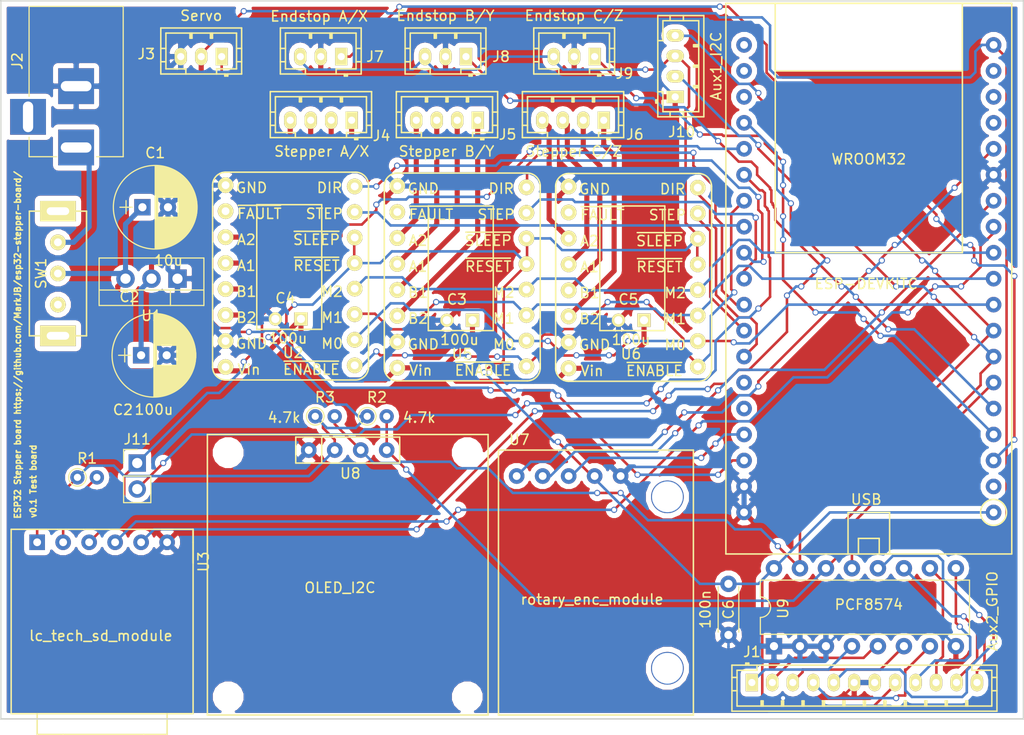
<source format=kicad_pcb>
(kicad_pcb (version 4) (host pcbnew 4.0.7-e2-6376~58~ubuntu16.04.1)
  (title_block (title "ESP32 Stepper Board") (date 2018-03-12) (rev 0.1A) (comment 1 "Test board for development purposes.") (comment 2 "Licence CC-BY-SA 3.0"))
  (layers (0 F.Cu signal) (31 B.Cu signal) (34 B.Paste user) (35 F.Paste user) (36 B.SilkS user) (37 F.SilkS user) (38 B.Mask user) (39 F.Mask user) (44 Edge.Cuts user))
  (net 0 "")
  (net 1 /12v)
  (net 2 /GND)
  (net 3 /5v)
  (net 4 /3v3)
  (net 5 /GPIO_EX0)
  (net 6 /GPIO_EX1)
  (net 7 /GPIO_EX2)
  (net 8 /GPIO_EX3)
  (net 9 /GPIO_EX4)
  (net 10 /GPIO_EX5)
  (net 11 /GPIO_EX6)
  (net 12 /GPIO_EX7)
  (net 13 "Net-(J2-Pad3)")
  (net 14 /SERVO)
  (net 15 /A/X_B2)
  (net 16 /A/X_B1)
  (net 17 /A/X_A1)
  (net 18 /A/X_A2)
  (net 19 /B/Y_B2)
  (net 20 /B/Y_B1)
  (net 21 /B/Y_A1)
  (net 22 /B/Y_A2)
  (net 23 /C/Z_B2)
  (net 24 /C/Z_B1)
  (net 25 /C/Z_A1)
  (net 26 /C/Z_A2)
  (net 27 /~ES_A/X)
  (net 28 /~ES_B/Y)
  (net 29 /~ES_C/Z)
  (net 30 /SDA1)
  (net 31 /SCL1)
  (net 32 /SD_MOSI)
  (net 33 /IO0)
  (net 34 "Net-(R1-Pad2)")
  (net 35 "Net-(U2-Pad2)")
  (net 36 /~STEP_EN)
  (net 37 /STEP_M0)
  (net 38 /STEP_M1)
  (net 39 /STEP_M2)
  (net 40 /A/X_STEP)
  (net 41 /A/X_DIR)
  (net 42 /SD_SCK)
  (net 43 /SD_MISO)
  (net 44 "Net-(U4-Pad2)")
  (net 45 /~PCFA_INT)
  (net 46 /RENC_DT)
  (net 47 /RENC_CLK)
  (net 48 "Net-(U4-Pad16)")
  (net 49 "Net-(U4-Pad17)")
  (net 50 "Net-(U4-Pad18)")
  (net 51 "Net-(U4-Pad20)")
  (net 52 "Net-(U4-Pad21)")
  (net 53 "Net-(U4-Pad22)")
  (net 54 /B/Y_STEP)
  (net 55 /B/Y_DIR)
  (net 56 /C/Z_STEP)
  (net 57 /C/Z_DIR)
  (net 58 /RX)
  (net 59 /TX)
  (net 60 /~RENC_SW)
  (net 61 "Net-(U5-Pad2)")
  (net 62 "Net-(U6-Pad2)")
  (net 63 /Vin)
  (module custom:Stepstick (layer F.Cu) (at 129.667 89.154)
    (fp_text reference U2 (at -0.254 8.763) (layer F.SilkS))
    (fp_text value STEPSTICK hide)
    (fp_text user DIR (at 3.302 -7.366) (layer F.SilkS))
    (fp_text user STEP (at 2.794 -4.826) (layer F.SilkS))
    (fp_text user ~SLEEP (at 2.032 -2.286) (layer F.SilkS))
    (fp_text user ~RESET (at 2.032 0.254) (layer F.SilkS))
    (fp_text user M2 (at 3.556 2.794) (layer F.SilkS))
    (fp_text user M1 (at 3.556 5.334) (layer F.SilkS))
    (fp_text user M0 (at 3.556 7.874) (layer F.SilkS))
    (fp_text user ~ENABLE (at 1.524 10.414) (layer F.SilkS))
    (fp_text user Vin (at -4.572 10.414) (layer F.SilkS))
    (fp_text user GND (at -4.318 7.874) (layer F.SilkS))
    (fp_text user B2 (at -4.826 5.334) (layer F.SilkS))
    (fp_text user B1 (at -4.826 2.794) (layer F.SilkS))
    (fp_text user A1 (at -4.826 0.254) (layer F.SilkS))
    (fp_text user A2 (at -4.826 -2.286) (layer F.SilkS))
    (fp_text user ~FAULT (at -3.556 -4.826) (layer F.SilkS))
    (fp_text user GND (at -4.318 -7.366) (layer F.SilkS))
    (pad 1 thru_hole circle (at -6.858 -7.62) (size 1.524 1.524) (drill 0.762) (layers *.Cu *.Mask F.SilkS) (net 2 /GND))
    (pad 2 thru_hole circle (at -6.858 -5.08) (size 1.524 1.524) (drill 0.762) (layers *.Cu *.Mask F.SilkS) (net 35 "Net-(U2-Pad2)"))
    (pad 3 thru_hole circle (at -6.858 -2.54) (size 1.524 1.524) (drill 0.762) (layers *.Cu *.Mask F.SilkS) (net 18 /A/X_A2))
    (pad 4 thru_hole circle (at -6.858 0) (size 1.524 1.524) (drill 0.762) (layers *.Cu *.Mask F.SilkS) (net 17 /A/X_A1))
    (pad 5 thru_hole circle (at -6.858 2.54) (size 1.524 1.524) (drill 0.762) (layers *.Cu *.Mask F.SilkS) (net 16 /A/X_B1))
    (pad 6 thru_hole circle (at -6.858 5.08) (size 1.524 1.524) (drill 0.762) (layers *.Cu *.Mask F.SilkS) (net 15 /A/X_B2))
    (pad 7 thru_hole circle (at -6.858 7.62) (size 1.524 1.524) (drill 0.762) (layers *.Cu *.Mask F.SilkS) (net 2 /GND))
    (pad 8 thru_hole circle (at -6.858 10.16) (size 1.524 1.524) (drill 0.762) (layers *.Cu *.Mask F.SilkS) (net 1 /12v))
    (pad 9 thru_hole circle (at 5.762 10) (size 1.524 1.524) (drill 0.762) (layers *.Cu *.Mask F.SilkS) (net 36 /~STEP_EN))
    (pad 10 thru_hole circle (at 5.762 7.5) (size 1.524 1.524) (drill 0.762) (layers *.Cu *.Mask F.SilkS) (net 37 /STEP_M0))
    (pad 11 thru_hole circle (at 5.762 5) (size 1.524 1.524) (drill 0.762) (layers *.Cu *.Mask F.SilkS) (net 38 /STEP_M1))
    (pad 12 thru_hole circle (at 5.762 2.5) (size 1.524 1.524) (drill 0.762) (layers *.Cu *.Mask F.SilkS) (net 39 /STEP_M2))
    (pad 13 thru_hole circle (at 5.762 0) (size 1.524 1.524) (drill 0.762) (layers *.Cu *.Mask F.SilkS) (net 4 /3v3))
    (pad 14 thru_hole circle (at 5.762 -2.5) (size 1.524 1.524) (drill 0.762) (layers *.Cu *.Mask F.SilkS) (net 4 /3v3))
    (pad 15 thru_hole circle (at 5.762 -5) (size 1.524 1.524) (drill 0.762) (layers *.Cu *.Mask F.SilkS) (net 40 /A/X_STEP))
    (pad 16 thru_hole circle (at 5.762 -7.5) (size 1.524 1.524) (drill 0.762) (layers *.Cu *.Mask F.SilkS) (net 41 /A/X_DIR))
  )
  (module custom:ssd1306_oled_0.96in (layer F.Cu) (at 130.937 107.442)
    (fp_text reference U8 (at 4.064 2.286) (layer F.SilkS))
    (fp_text value OLED_I2C (at 3.048 13.462) (layer F.SilkS))
    (pad 1 thru_hole circle (at 0 0) (size 1.524 1.524) (drill 0.762) (layers *.Cu *.Mask) (net 2 /GND))
    (pad 2 thru_hole circle (at 2.54 0) (size 1.524 1.524) (drill 0.762) (layers *.Cu *.Mask) (net 4 /3v3))
    (pad 3 thru_hole circle (at 5.08 0) (size 1.524 1.524) (drill 0.762) (layers *.Cu *.Mask) (net 31 /SCL1))
    (pad 4 thru_hole circle (at 7.62 0) (size 1.524 1.524) (drill 0.762) (layers *.Cu *.Mask) (net 30 /SDA1))
    (pad "" np_thru_hole circle (at -7.874 0.254) (size 2 2) (drill 2) (layers *.Cu *.Mask))
    (pad "" np_thru_hole circle (at 15.494 0.254) (size 2 2) (drill 2) (layers *.Cu *.Mask))
    (pad "" np_thru_hole circle (at -7.874 24.13) (size 2 2) (drill 2) (layers *.Cu *.Mask))
    (pad "" np_thru_hole circle (at 15.494 24.13) (size 2 2) (drill 2) (layers *.Cu *.Mask))
  )
  (module custom:DEVKITC (layer F.Cu) (at 197.866 113.538 180)
    (fp_text reference U4 hide)
    (fp_text value ESP-DEVKITC (at 12.446 22.352 180) (layer F.SilkS))
    (fp_text user WROOM32 (at 12.192 34.544 180) (layer F.SilkS))
    (fp_text user USB (at 12.446 1.27 180) (layer F.SilkS))
    (pad 1 thru_hole circle (at 0 0 180) (size 1.524 1.524) (drill 0.762) (layers *.Cu *.Mask) (net 4 /3v3))
    (pad 2 thru_hole circle (at 0 2.54 180) (size 1.524 1.524) (drill 0.762) (layers *.Cu *.Mask) (net 44 "Net-(U4-Pad2)"))
    (pad 3 thru_hole circle (at 0 5.08 180) (size 1.524 1.524) (drill 0.762) (layers *.Cu *.Mask) (net 27 /~ES_A/X))
    (pad 4 thru_hole circle (at 0 7.62 180) (size 1.524 1.524) (drill 0.762) (layers *.Cu *.Mask) (net 28 /~ES_B/Y))
    (pad 5 thru_hole circle (at 0 10.16 180) (size 1.524 1.524) (drill 0.762) (layers *.Cu *.Mask) (net 29 /~ES_C/Z))
    (pad 6 thru_hole circle (at 0 12.7 180) (size 1.524 1.524) (drill 0.762) (layers *.Cu *.Mask) (net 45 /~PCFA_INT))
    (pad 7 thru_hole circle (at 0 15.24 180) (size 1.524 1.524) (drill 0.762) (layers *.Cu *.Mask) (net 30 /SDA1))
    (pad 8 thru_hole circle (at 0 17.78 180) (size 1.524 1.524) (drill 0.762) (layers *.Cu *.Mask) (net 31 /SCL1))
    (pad 9 thru_hole circle (at 0 20.32 180) (size 1.524 1.524) (drill 0.762) (layers *.Cu *.Mask) (net 37 /STEP_M0))
    (pad 10 thru_hole circle (at 0 22.86 180) (size 1.524 1.524) (drill 0.762) (layers *.Cu *.Mask) (net 38 /STEP_M1))
    (pad 11 thru_hole circle (at 0 25.4 180) (size 1.524 1.524) (drill 0.762) (layers *.Cu *.Mask) (net 39 /STEP_M2))
    (pad 12 thru_hole circle (at 0 27.94 180) (size 1.524 1.524) (drill 0.762) (layers *.Cu *.Mask) (net 42 /SD_SCK))
    (pad 13 thru_hole circle (at 0 30.48 180) (size 1.524 1.524) (drill 0.762) (layers *.Cu *.Mask) (net 46 /RENC_DT))
    (pad 14 thru_hole circle (at 0 33.02 180) (size 1.524 1.524) (drill 0.762) (layers *.Cu *.Mask) (net 2 /GND))
    (pad 15 thru_hole circle (at 0 35.56 180) (size 1.524 1.524) (drill 0.762) (layers *.Cu *.Mask) (net 47 /RENC_CLK))
    (pad 16 thru_hole circle (at 0 38.1 180) (size 1.524 1.524) (drill 0.762) (layers *.Cu *.Mask) (net 48 "Net-(U4-Pad16)"))
    (pad 17 thru_hole circle (at 0 40.64 180) (size 1.524 1.524) (drill 0.762) (layers *.Cu *.Mask) (net 49 "Net-(U4-Pad17)"))
    (pad 18 thru_hole circle (at 0 43.18 180) (size 1.524 1.524) (drill 0.762) (layers *.Cu *.Mask) (net 50 "Net-(U4-Pad18)"))
    (pad 19 thru_hole circle (at 0 45.72 180) (size 1.524 1.524) (drill 0.762) (layers *.Cu *.Mask) (net 3 /5v))
    (pad 20 thru_hole circle (at 24.384 45.72 180) (size 1.524 1.524) (drill 0.762) (layers *.Cu *.Mask) (net 51 "Net-(U4-Pad20)"))
    (pad 21 thru_hole circle (at 24.384 43.18 180) (size 1.524 1.524) (drill 0.762) (layers *.Cu *.Mask) (net 52 "Net-(U4-Pad21)"))
    (pad 22 thru_hole circle (at 24.384 40.64 180) (size 1.524 1.524) (drill 0.762) (layers *.Cu *.Mask) (net 53 "Net-(U4-Pad22)"))
    (pad 23 thru_hole circle (at 24.384 38.1 180) (size 1.524 1.524) (drill 0.762) (layers *.Cu *.Mask) (net 43 /SD_MISO))
    (pad 24 thru_hole circle (at 24.384 35.56 180) (size 1.524 1.524) (drill 0.762) (layers *.Cu *.Mask) (net 32 /SD_MOSI))
    (pad 25 thru_hole circle (at 24.384 33.02 180) (size 1.524 1.524) (drill 0.762) (layers *.Cu *.Mask) (net 33 /IO0))
    (pad 26 thru_hole circle (at 24.384 30.48 180) (size 1.524 1.524) (drill 0.762) (layers *.Cu *.Mask) (net 36 /~STEP_EN))
    (pad 27 thru_hole circle (at 24.384 27.94 180) (size 1.524 1.524) (drill 0.762) (layers *.Cu *.Mask) (net 40 /A/X_STEP))
    (pad 28 thru_hole circle (at 24.384 25.4 180) (size 1.524 1.524) (drill 0.762) (layers *.Cu *.Mask) (net 41 /A/X_DIR))
    (pad 29 thru_hole circle (at 24.384 22.86 180) (size 1.524 1.524) (drill 0.762) (layers *.Cu *.Mask) (net 54 /B/Y_STEP))
    (pad 30 thru_hole circle (at 24.384 20.32 180) (size 1.524 1.524) (drill 0.762) (layers *.Cu *.Mask) (net 55 /B/Y_DIR))
    (pad 31 thru_hole circle (at 24.384 17.78 180) (size 1.524 1.524) (drill 0.762) (layers *.Cu *.Mask) (net 56 /C/Z_STEP))
    (pad 32 thru_hole circle (at 24.384 15.24 180) (size 1.524 1.524) (drill 0.762) (layers *.Cu *.Mask) (net 57 /C/Z_DIR))
    (pad 33 thru_hole circle (at 24.384 12.7 180) (size 1.524 1.524) (drill 0.762) (layers *.Cu *.Mask) (net 58 /RX))
    (pad 34 thru_hole circle (at 24.384 10.16 180) (size 1.524 1.524) (drill 0.762) (layers *.Cu *.Mask) (net 59 /TX))
    (pad 35 thru_hole circle (at 24.384 7.62 180) (size 1.524 1.524) (drill 0.762) (layers *.Cu *.Mask) (net 60 /~RENC_SW))
    (pad 36 thru_hole circle (at 24.384 5.08 180) (size 1.524 1.524) (drill 0.762) (layers *.Cu *.Mask) (net 14 /SERVO))
    (pad 37 thru_hole circle (at 24.384 2.54 180) (size 1.524 1.524) (drill 0.762) (layers *.Cu *.Mask) (net 2 /GND))
    (pad 38 thru_hole circle (at 24.384 0 180) (size 1.524 1.524) (drill 0.762) (layers *.Cu *.Mask) (net 2 /GND))
  )
  (module Capacitors_ThroughHole:CP_Radial_D8.0mm_P2.50mm (layer F.Cu) (at 114.681 83.693)
    (fp_text reference C1 (at 1.25 -5.31) (layer F.SilkS))
    (fp_text value 10u (at 2.54 5.207) (layer F.SilkS))
    (pad 1 thru_hole rect (at 0 0) (size 1.6 1.6) (drill 0.8) (layers *.Cu *.Mask) (net 1 /12v))
    (pad 2 thru_hole circle (at 2.5 0) (size 1.6 1.6) (drill 0.8) (layers *.Cu *.Mask) (net 2 /GND))
  )
  (module Capacitors_ThroughHole:CP_Radial_D8.0mm_P2.50mm (layer F.Cu) (at 114.554 98.171)
    (fp_text reference C2 (at -1.143 -5.715) (layer F.SilkS))
    (fp_text value 100u (at 1.25 5.31) (layer F.SilkS))
    (fp_text user %R (at -1.778 5.334) (layer F.SilkS))
    (pad 1 thru_hole rect (at 0 0) (size 1.6 1.6) (drill 0.8) (layers *.Cu *.Mask) (net 3 /5v))
    (pad 2 thru_hole circle (at 2.5 0) (size 1.6 1.6) (drill 0.8) (layers *.Cu *.Mask) (net 2 /GND))
  )
  (module custom:C_Radial_lying_flat_D8_L11_P2.5 (layer F.Cu) (at 146.939 94.742 180)
    (fp_text reference C3 (at 1.524 2.032 180) (layer F.SilkS))
    (fp_text value 100u (at 1.27 -1.905 180) (layer F.SilkS))
    (pad 2 thru_hole circle (at 2.5 0 180) (size 1.3 1.3) (drill 0.8) (layers *.Cu *.Mask F.SilkS) (net 2 /GND))
    (pad 1 thru_hole rect (at 0 0 180) (size 1.3 1.3) (drill 0.8) (layers *.Cu *.Mask F.SilkS) (net 1 /12v))
  )
  (module custom:C_Radial_lying_flat_D8_L11_P2.5 (layer F.Cu) (at 130.175 94.615 180)
    (fp_text reference C4 (at 1.524 2.032 180) (layer F.SilkS))
    (fp_text value 100u (at 1.27 -1.905 180) (layer F.SilkS))
    (pad 2 thru_hole circle (at 2.5 0 180) (size 1.3 1.3) (drill 0.8) (layers *.Cu *.Mask F.SilkS) (net 2 /GND))
    (pad 1 thru_hole rect (at 0 0 180) (size 1.3 1.3) (drill 0.8) (layers *.Cu *.Mask F.SilkS) (net 1 /12v))
  )
  (module custom:C_Radial_lying_flat_D8_L11_P2.5 (layer F.Cu) (at 163.703 94.742 180)
    (fp_text reference C5 (at 1.524 2.032 180) (layer F.SilkS))
    (fp_text value 100u (at 1.27 -1.905 180) (layer F.SilkS))
    (pad 2 thru_hole circle (at 2.5 0 180) (size 1.3 1.3) (drill 0.8) (layers *.Cu *.Mask F.SilkS) (net 2 /GND))
    (pad 1 thru_hole rect (at 0 0 180) (size 1.3 1.3) (drill 0.8) (layers *.Cu *.Mask F.SilkS) (net 1 /12v))
  )
  (module Capacitors_ThroughHole:C_Disc_D4.3mm_W1.9mm_P5.00mm (layer F.Cu) (at 171.958 120.523 270)
    (fp_text reference C6 hide)
    (fp_text value 100n (at 2.5 2.26 270) (layer F.SilkS))
    (fp_text user %R (at 2.5 0 270) (layer F.SilkS))
    (pad 1 thru_hole circle (at 0 0 270) (size 1.6 1.6) (drill 0.8) (layers *.Cu *.Mask) (net 4 /3v3))
    (pad 2 thru_hole circle (at 5 0 270) (size 1.6 1.6) (drill 0.8) (layers *.Cu *.Mask) (net 2 /GND))
  )
  (module Connectors_JST:JST_PH_B12B-PH-K_12x2.00mm_Straight (layer F.Cu) (at 174.244 130.175)
    (fp_text reference J1 (at 0 -3) (layer F.SilkS))
    (fp_text value Aux2_GPIO (at 23.495 -6.985 90) (layer F.SilkS))
    (pad 1 thru_hole rect (at 0 0) (size 1.2 1.7) (drill 0.7) (layers *.Cu *.Mask F.SilkS) (net 5 /GPIO_EX0))
    (pad 2 thru_hole oval (at 2 0) (size 1.2 1.7) (drill 0.7) (layers *.Cu *.Mask F.SilkS) (net 6 /GPIO_EX1))
    (pad 3 thru_hole oval (at 4 0) (size 1.2 1.7) (drill 0.7) (layers *.Cu *.Mask F.SilkS) (net 7 /GPIO_EX2))
    (pad 4 thru_hole oval (at 6 0) (size 1.2 1.7) (drill 0.7) (layers *.Cu *.Mask F.SilkS) (net 8 /GPIO_EX3))
    (pad 5 thru_hole oval (at 8 0) (size 1.2 1.7) (drill 0.7) (layers *.Cu *.Mask F.SilkS) (net 3 /5v))
    (pad 6 thru_hole oval (at 10 0) (size 1.2 1.7) (drill 0.7) (layers *.Cu *.Mask F.SilkS) (net 2 /GND))
    (pad 7 thru_hole oval (at 12 0) (size 1.2 1.7) (drill 0.7) (layers *.Cu *.Mask F.SilkS) (net 2 /GND))
    (pad 8 thru_hole oval (at 14 0) (size 1.2 1.7) (drill 0.7) (layers *.Cu *.Mask F.SilkS) (net 4 /3v3))
    (pad 9 thru_hole oval (at 16 0) (size 1.2 1.7) (drill 0.7) (layers *.Cu *.Mask F.SilkS) (net 9 /GPIO_EX4))
    (pad 10 thru_hole oval (at 18 0) (size 1.2 1.7) (drill 0.7) (layers *.Cu *.Mask F.SilkS) (net 10 /GPIO_EX5))
    (pad 11 thru_hole oval (at 20 0) (size 1.2 1.7) (drill 0.7) (layers *.Cu *.Mask F.SilkS) (net 11 /GPIO_EX6))
    (pad 12 thru_hole oval (at 22 0) (size 1.2 1.7) (drill 0.7) (layers *.Cu *.Mask F.SilkS) (net 12 /GPIO_EX7))
  )
  (module Connect:BARREL_JACK (layer F.Cu) (at 108.204 77.851 270)
    (fp_text reference J2 (at -8.45 5.75 450) (layer F.SilkS))
    (fp_text value DC_PWR hide)
    (pad 1 thru_hole rect (at 0 0 270) (size 3.5 3.5) (drill oval 1 3) (layers *.Cu *.Mask) (net 63 /Vin))
    (pad 2 thru_hole rect (at -6 0 270) (size 3.5 3.5) (drill oval 1 3) (layers *.Cu *.Mask) (net 2 /GND))
    (pad 3 thru_hole rect (at -3 4.7 270) (size 3.5 3.5) (drill oval 3 1) (layers *.Cu *.Mask) (net 13 "Net-(J2-Pad3)"))
  )
  (module Connectors_JST:JST_PH_B3B-PH-K_03x2.00mm_Straight (layer F.Cu) (at 122.428 68.961 180)
    (fp_text reference J3 (at 7.366 0.254 180) (layer F.SilkS))
    (fp_text value Servo (at 2 4 180) (layer F.SilkS))
    (pad 1 thru_hole rect (at 0 0 180) (size 1.2 1.7) (drill 0.7) (layers *.Cu *.Mask F.SilkS) (net 14 /SERVO))
    (pad 2 thru_hole oval (at 2 0 180) (size 1.2 1.7) (drill 0.7) (layers *.Cu *.Mask F.SilkS) (net 3 /5v))
    (pad 3 thru_hole oval (at 4 0 180) (size 1.2 1.7) (drill 0.7) (layers *.Cu *.Mask F.SilkS) (net 2 /GND))
  )
  (module Connectors_JST:JST_PH_B4B-PH-K_04x2.00mm_Straight (layer F.Cu) (at 135.128 75.184 180)
    (fp_text reference J4 (at -2.921 -1.524 180) (layer F.SilkS))
    (fp_text value "Stepper A/X" (at 2.921 -3.048 180) (layer F.SilkS))
    (pad 1 thru_hole rect (at 0 0 180) (size 1.2 1.7) (drill 0.7) (layers *.Cu *.Mask F.SilkS) (net 15 /A/X_B2))
    (pad 2 thru_hole oval (at 2 0 180) (size 1.2 1.7) (drill 0.7) (layers *.Cu *.Mask F.SilkS) (net 16 /A/X_B1))
    (pad 3 thru_hole oval (at 4 0 180) (size 1.2 1.7) (drill 0.7) (layers *.Cu *.Mask F.SilkS) (net 17 /A/X_A1))
    (pad 4 thru_hole oval (at 6 0 180) (size 1.2 1.7) (drill 0.7) (layers *.Cu *.Mask F.SilkS) (net 18 /A/X_A2))
  )
  (module Connectors_JST:JST_PH_B4B-PH-K_04x2.00mm_Straight (layer F.Cu) (at 147.447 75.184 180)
    (fp_text reference J5 (at -2.921 -1.397 180) (layer F.SilkS))
    (fp_text value "Stepper B/Y" (at 3.048 -3.048 180) (layer F.SilkS))
    (pad 1 thru_hole rect (at 0 0 180) (size 1.2 1.7) (drill 0.7) (layers *.Cu *.Mask F.SilkS) (net 19 /B/Y_B2))
    (pad 2 thru_hole oval (at 2 0 180) (size 1.2 1.7) (drill 0.7) (layers *.Cu *.Mask F.SilkS) (net 20 /B/Y_B1))
    (pad 3 thru_hole oval (at 4 0 180) (size 1.2 1.7) (drill 0.7) (layers *.Cu *.Mask F.SilkS) (net 21 /B/Y_A1))
    (pad 4 thru_hole oval (at 6 0 180) (size 1.2 1.7) (drill 0.7) (layers *.Cu *.Mask F.SilkS) (net 22 /B/Y_A2))
  )
  (module Connectors_JST:JST_PH_B4B-PH-K_04x2.00mm_Straight (layer F.Cu) (at 159.766 75.184 180)
    (fp_text reference J6 (at -3.048 -1.397 180) (layer F.SilkS))
    (fp_text value "Stepper C/Z" (at 2.921 -3.048 180) (layer F.SilkS))
    (pad 1 thru_hole rect (at 0 0 180) (size 1.2 1.7) (drill 0.7) (layers *.Cu *.Mask F.SilkS) (net 23 /C/Z_B2))
    (pad 2 thru_hole oval (at 2 0 180) (size 1.2 1.7) (drill 0.7) (layers *.Cu *.Mask F.SilkS) (net 24 /C/Z_B1))
    (pad 3 thru_hole oval (at 4 0 180) (size 1.2 1.7) (drill 0.7) (layers *.Cu *.Mask F.SilkS) (net 25 /C/Z_A1))
    (pad 4 thru_hole oval (at 6 0 180) (size 1.2 1.7) (drill 0.7) (layers *.Cu *.Mask F.SilkS) (net 26 /C/Z_A2))
  )
  (module Connectors_JST:JST_PH_B3B-PH-K_03x2.00mm_Straight (layer F.Cu) (at 134.112 68.961 180)
    (fp_text reference J7 (at -3.302 0 180) (layer F.SilkS))
    (fp_text value "Endstop A/X" (at 2.159 3.937 180) (layer F.SilkS))
    (pad 1 thru_hole rect (at 0 0 180) (size 1.2 1.7) (drill 0.7) (layers *.Cu *.Mask F.SilkS) (net 27 /~ES_A/X))
    (pad 2 thru_hole oval (at 2 0 180) (size 1.2 1.7) (drill 0.7) (layers *.Cu *.Mask F.SilkS) (net 2 /GND))
    (pad 3 thru_hole oval (at 4 0 180) (size 1.2 1.7) (drill 0.7) (layers *.Cu *.Mask F.SilkS) (net 4 /3v3))
  )
  (module Connectors_JST:JST_PH_B3B-PH-K_03x2.00mm_Straight (layer F.Cu) (at 146.304 68.961 180)
    (fp_text reference J8 (at -3.429 0 180) (layer F.SilkS))
    (fp_text value "Endstop B/Y" (at 2 4 180) (layer F.SilkS))
    (pad 1 thru_hole rect (at 0 0 180) (size 1.2 1.7) (drill 0.7) (layers *.Cu *.Mask F.SilkS) (net 28 /~ES_B/Y))
    (pad 2 thru_hole oval (at 2 0 180) (size 1.2 1.7) (drill 0.7) (layers *.Cu *.Mask F.SilkS) (net 2 /GND))
    (pad 3 thru_hole oval (at 4 0 180) (size 1.2 1.7) (drill 0.7) (layers *.Cu *.Mask F.SilkS) (net 4 /3v3))
  )
  (module Connectors_JST:JST_PH_B3B-PH-K_03x2.00mm_Straight (layer F.Cu) (at 158.877 68.961 180)
    (fp_text reference J9 (at -2.921 -1.651 180) (layer F.SilkS))
    (fp_text value "Endstop C/Z" (at 2 4 180) (layer F.SilkS))
    (pad 1 thru_hole rect (at 0 0 180) (size 1.2 1.7) (drill 0.7) (layers *.Cu *.Mask F.SilkS) (net 29 /~ES_C/Z))
    (pad 2 thru_hole oval (at 2 0 180) (size 1.2 1.7) (drill 0.7) (layers *.Cu *.Mask F.SilkS) (net 2 /GND))
    (pad 3 thru_hole oval (at 4 0 180) (size 1.2 1.7) (drill 0.7) (layers *.Cu *.Mask F.SilkS) (net 4 /3v3))
  )
  (module Connectors_JST:JST_PH_B4B-PH-K_04x2.00mm_Straight (layer F.Cu) (at 166.751 72.898 90)
    (fp_text reference J10 (at -3.429 0.635 180) (layer F.SilkS))
    (fp_text value Aux1_I2C (at 3 4 90) (layer F.SilkS))
    (pad 1 thru_hole rect (at 0 0 90) (size 1.2 1.7) (drill 0.7) (layers *.Cu *.Mask F.SilkS) (net 2 /GND))
    (pad 2 thru_hole oval (at 2 0 90) (size 1.2 1.7) (drill 0.7) (layers *.Cu *.Mask F.SilkS) (net 30 /SDA1))
    (pad 3 thru_hole oval (at 4 0 90) (size 1.2 1.7) (drill 0.7) (layers *.Cu *.Mask F.SilkS) (net 4 /3v3))
    (pad 4 thru_hole oval (at 6 0 90) (size 1.2 1.7) (drill 0.7) (layers *.Cu *.Mask F.SilkS) (net 31 /SCL1))
  )
  (module Pin_Headers:Pin_Header_Straight_1x02_Pitch2.54mm (layer F.Cu) (at 114.173 108.712)
    (fp_text reference J11 (at 0 -2.33) (layer F.SilkS))
    (fp_text value IO0_IO2_JP)
    (pad 1 thru_hole rect (at 0 0) (size 1.7 1.7) (drill 1) (layers *.Cu *.Mask) (net 32 /SD_MOSI))
    (pad 2 thru_hole oval (at 0 2.54) (size 1.7 1.7) (drill 1) (layers *.Cu *.Mask) (net 33 /IO0))
  )
  (module Resistors_ThroughHole:R_Axial_DIN0204_L3.6mm_D1.6mm_P1.90mm_Vertical (layer F.Cu) (at 108.331 110.109)
    (fp_text reference R1 (at 0.95 -1.86) (layer F.SilkS))
    (fp_text value 10k)
    (pad 1 thru_hole circle (at 0 0) (size 1.4 1.4) (drill 0.7) (layers *.Cu *.Mask) (net 4 /3v3))
    (pad 2 thru_hole oval (at 1.9 0) (size 1.4 1.4) (drill 0.7) (layers *.Cu *.Mask) (net 34 "Net-(R1-Pad2)"))
  )
  (module Resistors_ThroughHole:R_Axial_DIN0204_L3.6mm_D1.6mm_P1.90mm_Vertical (layer F.Cu) (at 136.652 104.14)
    (fp_text reference R2 (at 0.95 -1.86) (layer F.SilkS))
    (fp_text value 4.7k (at 5.08 0.127) (layer F.SilkS))
    (pad 1 thru_hole circle (at 0 0) (size 1.4 1.4) (drill 0.7) (layers *.Cu *.Mask) (net 4 /3v3))
    (pad 2 thru_hole oval (at 1.9 0) (size 1.4 1.4) (drill 0.7) (layers *.Cu *.Mask) (net 30 /SDA1))
  )
  (module Resistors_ThroughHole:R_Axial_DIN0204_L3.6mm_D1.6mm_P1.90mm_Vertical (layer F.Cu) (at 131.572 104.14)
    (fp_text reference R3 (at 0.95 -1.86) (layer F.SilkS))
    (fp_text value 4.7k (at -3.048 0.127) (layer F.SilkS))
    (pad 1 thru_hole circle (at 0 0) (size 1.4 1.4) (drill 0.7) (layers *.Cu *.Mask) (net 4 /3v3))
    (pad 2 thru_hole oval (at 1.9 0) (size 1.4 1.4) (drill 0.7) (layers *.Cu *.Mask) (net 31 /SCL1))
  )
  (module TO_SOT_Packages_THT:TO-220-3_Vertical (layer F.Cu) (at 118.11 90.678 180)
    (fp_text reference U1 (at 2.54 -3.62 180) (layer F.SilkS))
    (fp_text value LM1117-5.0 hide)
    (pad 1 thru_hole rect (at 0 0 180) (size 1.8 1.8) (drill 1) (layers *.Cu *.Mask) (net 2 /GND))
    (pad 2 thru_hole oval (at 2.54 0 180) (size 1.8 1.8) (drill 1) (layers *.Cu *.Mask) (net 3 /5v))
    (pad 3 thru_hole oval (at 5.08 0 180) (size 1.8 1.8) (drill 1) (layers *.Cu *.Mask) (net 1 /12v))
  )
  (module custom:lc_tech_sd_module (layer F.Cu) (at 104.394 116.459 270)
    (fp_text reference U3 (at 1.905 -16.256 270) (layer F.SilkS))
    (fp_text value lc_tech_sd_module (at 9.144 -6.223 360) (layer F.SilkS))
    (pad 1 thru_hole rect (at 0 0 270) (size 1.524 1.524) (drill 0.762) (layers *.Cu *.Mask) (net 4 /3v3))
    (pad 2 thru_hole circle (at 0 -2.54 270) (size 1.524 1.524) (drill 0.762) (layers *.Cu *.Mask) (net 34 "Net-(R1-Pad2)"))
    (pad 3 thru_hole circle (at 0 -5.08 270) (size 1.524 1.524) (drill 0.762) (layers *.Cu *.Mask) (net 32 /SD_MOSI))
    (pad 4 thru_hole circle (at 0 -7.62 270) (size 1.524 1.524) (drill 0.762) (layers *.Cu *.Mask) (net 42 /SD_SCK))
    (pad 5 thru_hole circle (at 0 -10.16 270) (size 1.524 1.524) (drill 0.762) (layers *.Cu *.Mask) (net 43 /SD_MISO))
    (pad 6 thru_hole circle (at 0 -12.7 270) (size 1.524 1.524) (drill 0.762) (layers *.Cu *.Mask) (net 2 /GND))
  )
  (module custom:Stepstick (layer F.Cu) (at 146.449001 89.24)
    (fp_text reference U5 (at -0.526001 8.804) (layer F.SilkS))
    (fp_text value STEPSTICK hide)
    (fp_text user DIR (at 3.302 -7.366) (layer F.SilkS))
    (fp_text user STEP (at 2.794 -4.826) (layer F.SilkS))
    (fp_text user ~SLEEP (at 2.032 -2.286) (layer F.SilkS))
    (fp_text user ~RESET (at 2.032 0.254) (layer F.SilkS))
    (fp_text user M2 (at 3.556 2.794) (layer F.SilkS))
    (fp_text user M1 (at 3.556 5.334) (layer F.SilkS))
    (fp_text user M0 (at 3.556 7.874) (layer F.SilkS))
    (fp_text user ~ENABLE (at 1.524 10.414) (layer F.SilkS))
    (fp_text user Vin (at -4.572 10.414) (layer F.SilkS))
    (fp_text user GND (at -4.318 7.874) (layer F.SilkS))
    (fp_text user B2 (at -4.826 5.334) (layer F.SilkS))
    (fp_text user B1 (at -4.826 2.794) (layer F.SilkS))
    (fp_text user A1 (at -4.826 0.254) (layer F.SilkS))
    (fp_text user A2 (at -4.826 -2.286) (layer F.SilkS))
    (fp_text user ~FAULT (at -3.556 -4.826) (layer F.SilkS))
    (fp_text user GND (at -4.318 -7.366) (layer F.SilkS))
    (pad 1 thru_hole circle (at -6.858 -7.62) (size 1.524 1.524) (drill 0.762) (layers *.Cu *.Mask F.SilkS) (net 2 /GND))
    (pad 2 thru_hole circle (at -6.858 -5.08) (size 1.524 1.524) (drill 0.762) (layers *.Cu *.Mask F.SilkS) (net 61 "Net-(U5-Pad2)"))
    (pad 3 thru_hole circle (at -6.858 -2.54) (size 1.524 1.524) (drill 0.762) (layers *.Cu *.Mask F.SilkS) (net 22 /B/Y_A2))
    (pad 4 thru_hole circle (at -6.858 0) (size 1.524 1.524) (drill 0.762) (layers *.Cu *.Mask F.SilkS) (net 21 /B/Y_A1))
    (pad 5 thru_hole circle (at -6.858 2.54) (size 1.524 1.524) (drill 0.762) (layers *.Cu *.Mask F.SilkS) (net 20 /B/Y_B1))
    (pad 6 thru_hole circle (at -6.858 5.08) (size 1.524 1.524) (drill 0.762) (layers *.Cu *.Mask F.SilkS) (net 19 /B/Y_B2))
    (pad 7 thru_hole circle (at -6.858 7.62) (size 1.524 1.524) (drill 0.762) (layers *.Cu *.Mask F.SilkS) (net 2 /GND))
    (pad 8 thru_hole circle (at -6.858 10.16) (size 1.524 1.524) (drill 0.762) (layers *.Cu *.Mask F.SilkS) (net 1 /12v))
    (pad 9 thru_hole circle (at 5.762 10) (size 1.524 1.524) (drill 0.762) (layers *.Cu *.Mask F.SilkS) (net 36 /~STEP_EN))
    (pad 10 thru_hole circle (at 5.762 7.5) (size 1.524 1.524) (drill 0.762) (layers *.Cu *.Mask F.SilkS) (net 37 /STEP_M0))
    (pad 11 thru_hole circle (at 5.762 5) (size 1.524 1.524) (drill 0.762) (layers *.Cu *.Mask F.SilkS) (net 38 /STEP_M1))
    (pad 12 thru_hole circle (at 5.762 2.5) (size 1.524 1.524) (drill 0.762) (layers *.Cu *.Mask F.SilkS) (net 39 /STEP_M2))
    (pad 13 thru_hole circle (at 5.762 0) (size 1.524 1.524) (drill 0.762) (layers *.Cu *.Mask F.SilkS) (net 4 /3v3))
    (pad 14 thru_hole circle (at 5.762 -2.5) (size 1.524 1.524) (drill 0.762) (layers *.Cu *.Mask F.SilkS) (net 4 /3v3))
    (pad 15 thru_hole circle (at 5.762 -5) (size 1.524 1.524) (drill 0.762) (layers *.Cu *.Mask F.SilkS) (net 54 /B/Y_STEP))
    (pad 16 thru_hole circle (at 5.762 -7.5) (size 1.524 1.524) (drill 0.762) (layers *.Cu *.Mask F.SilkS) (net 55 /B/Y_DIR))
  )
  (module custom:Stepstick (layer F.Cu) (at 163.195 89.281)
    (fp_text reference U6 (at -0.762 8.763) (layer F.SilkS))
    (fp_text value STEPSTICK hide)
    (fp_text user DIR (at 3.302 -7.366) (layer F.SilkS))
    (fp_text user STEP (at 2.794 -4.826) (layer F.SilkS))
    (fp_text user ~SLEEP (at 2.032 -2.286) (layer F.SilkS))
    (fp_text user ~RESET (at 2.032 0.254) (layer F.SilkS))
    (fp_text user M2 (at 3.556 2.794) (layer F.SilkS))
    (fp_text user M1 (at 3.556 5.334) (layer F.SilkS))
    (fp_text user M0 (at 3.556 7.874) (layer F.SilkS))
    (fp_text user ~ENABLE (at 1.524 10.414) (layer F.SilkS))
    (fp_text user Vin (at -4.572 10.414) (layer F.SilkS))
    (fp_text user GND (at -4.318 7.874) (layer F.SilkS))
    (fp_text user B2 (at -4.826 5.334) (layer F.SilkS))
    (fp_text user B1 (at -4.826 2.794) (layer F.SilkS))
    (fp_text user A1 (at -4.826 0.254) (layer F.SilkS))
    (fp_text user A2 (at -4.826 -2.286) (layer F.SilkS))
    (fp_text user ~FAULT (at -3.556 -4.826) (layer F.SilkS))
    (fp_text user GND (at -4.318 -7.366) (layer F.SilkS))
    (pad 1 thru_hole circle (at -6.858 -7.62) (size 1.524 1.524) (drill 0.762) (layers *.Cu *.Mask F.SilkS) (net 2 /GND))
    (pad 2 thru_hole circle (at -6.858 -5.08) (size 1.524 1.524) (drill 0.762) (layers *.Cu *.Mask F.SilkS) (net 62 "Net-(U6-Pad2)"))
    (pad 3 thru_hole circle (at -6.858 -2.54) (size 1.524 1.524) (drill 0.762) (layers *.Cu *.Mask F.SilkS) (net 26 /C/Z_A2))
    (pad 4 thru_hole circle (at -6.858 0) (size 1.524 1.524) (drill 0.762) (layers *.Cu *.Mask F.SilkS) (net 25 /C/Z_A1))
    (pad 5 thru_hole circle (at -6.858 2.54) (size 1.524 1.524) (drill 0.762) (layers *.Cu *.Mask F.SilkS) (net 24 /C/Z_B1))
    (pad 6 thru_hole circle (at -6.858 5.08) (size 1.524 1.524) (drill 0.762) (layers *.Cu *.Mask F.SilkS) (net 23 /C/Z_B2))
    (pad 7 thru_hole circle (at -6.858 7.62) (size 1.524 1.524) (drill 0.762) (layers *.Cu *.Mask F.SilkS) (net 2 /GND))
    (pad 8 thru_hole circle (at -6.858 10.16) (size 1.524 1.524) (drill 0.762) (layers *.Cu *.Mask F.SilkS) (net 1 /12v))
    (pad 9 thru_hole circle (at 5.762 10) (size 1.524 1.524) (drill 0.762) (layers *.Cu *.Mask F.SilkS) (net 36 /~STEP_EN))
    (pad 10 thru_hole circle (at 5.762 7.5) (size 1.524 1.524) (drill 0.762) (layers *.Cu *.Mask F.SilkS) (net 37 /STEP_M0))
    (pad 11 thru_hole circle (at 5.762 5) (size 1.524 1.524) (drill 0.762) (layers *.Cu *.Mask F.SilkS) (net 38 /STEP_M1))
    (pad 12 thru_hole circle (at 5.762 2.5) (size 1.524 1.524) (drill 0.762) (layers *.Cu *.Mask F.SilkS) (net 39 /STEP_M2))
    (pad 13 thru_hole circle (at 5.762 0) (size 1.524 1.524) (drill 0.762) (layers *.Cu *.Mask F.SilkS) (net 4 /3v3))
    (pad 14 thru_hole circle (at 5.762 -2.5) (size 1.524 1.524) (drill 0.762) (layers *.Cu *.Mask F.SilkS) (net 4 /3v3))
    (pad 15 thru_hole circle (at 5.762 -5) (size 1.524 1.524) (drill 0.762) (layers *.Cu *.Mask F.SilkS) (net 56 /C/Z_STEP))
    (pad 16 thru_hole circle (at 5.762 -7.5) (size 1.524 1.524) (drill 0.762) (layers *.Cu *.Mask F.SilkS) (net 57 /C/Z_DIR))
  )
  (module custom:ky-040-rotary-encoder-module (layer F.Cu) (at 151.257 109.982)
    (fp_text reference U7 (at 0.254 -3.556) (layer F.SilkS))
    (fp_text value rotary_enc_module (at 7.366 12.065) (layer F.SilkS))
    (pad 1 thru_hole circle (at 0 0) (size 1.524 1.524) (drill 0.76) (layers *.Cu *.Mask) (net 47 /RENC_CLK))
    (pad 2 thru_hole circle (at 2.54 0) (size 1.524 1.524) (drill 0.76) (layers *.Cu *.Mask) (net 46 /RENC_DT))
    (pad 3 thru_hole circle (at 5.08 0) (size 1.524 1.524) (drill 0.76) (layers *.Cu *.Mask) (net 60 /~RENC_SW))
    (pad 4 thru_hole circle (at 7.62 0) (size 1.524 1.524) (drill 0.76) (layers *.Cu *.Mask) (net 4 /3v3))
    (pad 5 thru_hole circle (at 10.16 0) (size 1.524 1.524) (drill 0.76) (layers *.Cu *.Mask) (net 2 /GND))
    (pad "" np_thru_hole circle (at 14.732 2.032) (size 3.2 3.2) (drill 3) (layers *.Cu *.Mask))
    (pad "" np_thru_hole circle (at 14.732 18.796) (size 3.2 3.2) (drill 3) (layers *.Cu *.Mask))
  )
  (module Housings_DIP:DIP-16_W7.62mm (layer F.Cu) (at 176.403 126.619 90)
    (fp_text reference U9 (at 3.683 0.889 90) (layer F.SilkS))
    (fp_text value PCF8574 (at 4.064 9.271 180) (layer F.SilkS))
    (pad 1 thru_hole rect (at 0 0 90) (size 1.6 1.6) (drill 0.8) (layers *.Cu *.Mask) (net 2 /GND))
    (pad 9 thru_hole oval (at 7.62 17.78 90) (size 1.6 1.6) (drill 0.8) (layers *.Cu *.Mask) (net 9 /GPIO_EX4))
    (pad 2 thru_hole oval (at 0 2.54 90) (size 1.6 1.6) (drill 0.8) (layers *.Cu *.Mask) (net 2 /GND))
    (pad 10 thru_hole oval (at 7.62 15.24 90) (size 1.6 1.6) (drill 0.8) (layers *.Cu *.Mask) (net 10 /GPIO_EX5))
    (pad 3 thru_hole oval (at 0 5.08 90) (size 1.6 1.6) (drill 0.8) (layers *.Cu *.Mask) (net 2 /GND))
    (pad 11 thru_hole oval (at 7.62 12.7 90) (size 1.6 1.6) (drill 0.8) (layers *.Cu *.Mask) (net 11 /GPIO_EX6))
    (pad 4 thru_hole oval (at 0 7.62 90) (size 1.6 1.6) (drill 0.8) (layers *.Cu *.Mask) (net 5 /GPIO_EX0))
    (pad 12 thru_hole oval (at 7.62 10.16 90) (size 1.6 1.6) (drill 0.8) (layers *.Cu *.Mask) (net 12 /GPIO_EX7))
    (pad 5 thru_hole oval (at 0 10.16 90) (size 1.6 1.6) (drill 0.8) (layers *.Cu *.Mask) (net 6 /GPIO_EX1))
    (pad 13 thru_hole oval (at 7.62 7.62 90) (size 1.6 1.6) (drill 0.8) (layers *.Cu *.Mask) (net 45 /~PCFA_INT))
    (pad 6 thru_hole oval (at 0 12.7 90) (size 1.6 1.6) (drill 0.8) (layers *.Cu *.Mask) (net 7 /GPIO_EX2))
    (pad 14 thru_hole oval (at 7.62 5.08 90) (size 1.6 1.6) (drill 0.8) (layers *.Cu *.Mask) (net 30 /SDA1))
    (pad 7 thru_hole oval (at 0 15.24 90) (size 1.6 1.6) (drill 0.8) (layers *.Cu *.Mask) (net 8 /GPIO_EX3))
    (pad 15 thru_hole oval (at 7.62 2.54 90) (size 1.6 1.6) (drill 0.8) (layers *.Cu *.Mask) (net 31 /SCL1))
    (pad 8 thru_hole oval (at 0 17.78 90) (size 1.6 1.6) (drill 0.8) (layers *.Cu *.Mask) (net 2 /GND))
    (pad 16 thru_hole oval (at 7.62 0 90) (size 1.6 1.6) (drill 0.8) (layers *.Cu *.Mask) (net 4 /3v3))
  )
  (module custom:SlideSw (layer F.Cu) (at 106.426 90.17 270)
    (fp_text reference SW1 (at 0 1.651 270) (layer F.SilkS))
    (fp_text value SW_DIP_x01 hide)
    (pad 5 thru_hole rect (at 6.096 0 270) (size 2 3.5) (drill oval 0.762 2.2) (layers *.Cu *.Mask F.SilkS))
    (pad 2 thru_hole circle (at 0 0 270) (size 1.524 1.524) (drill 0.762) (layers *.Cu *.Mask F.SilkS) (net 1 /12v))
    (pad 3 thru_hole circle (at 3.048 0 270) (size 1.524 1.524) (drill 0.762) (layers *.Cu *.Mask F.SilkS))
    (pad 1 thru_hole circle (at -3.048 0 270) (size 1.524 1.524) (drill 0.762) (layers *.Cu *.Mask F.SilkS) (net 63 /Vin))
    (pad 4 thru_hole rect (at -6.096 0 270) (size 2 3.5) (drill oval 0.762 2.2) (layers *.Cu *.Mask F.SilkS))
  )
  (gr_text "v0.1 Test board" (at 104.013 110.49 90) (layer F.SilkS) (effects (font (size 0.6 0.6))))
  (gr_text "ESP32 Stepper board https://github.com/MarkJB/esp32-stepper-board/" (at 102.489 97.155 90) (layer F.SilkS) (effects (font (size 0.6 0.6))))
  (gr_line (start 100.838 63.5) (end 100.838 133.731) (angle 90) (layer Edge.Cuts) (width 0.15))
  (gr_line (start 200.787 133.731) (end 200.787 63.5) (angle 90) (layer Edge.Cuts) (width 0.15))
  (gr_line (start 200.787 133.731) (end 100.838 133.731) (angle 90) (layer Edge.Cuts) (width 0.15))
  (gr_line (start 100.838 63.5) (end 200.787 63.5) (angle 90) (layer Edge.Cuts) (width 0.15))
  (segment (start 156.337 99.441) (end 161.29 99.441) (width 0.5) (layer F.Cu) (net 1))
  (segment (start 163.703 97.028) (end 163.703 94.742) (width 0.5) (layer F.Cu) (net 1))
  (segment (start 161.29 99.441) (end 163.703 97.028) (width 0.5) (layer F.Cu) (net 1))
  (segment (start 144.059 99.4) (end 145.37 100.711) (width 0.5) (layer F.Cu) (net 1))
  (segment (start 155.067 100.711) (end 156.337 99.441) (width 0.5) (layer F.Cu) (net 1))
  (segment (start 145.37 100.711) (end 155.067 100.711) (width 0.5) (layer F.Cu) (net 1))
  (segment (start 113.03 90.678) (end 112.268 91.44) (width 0.5) (layer F.Cu) (net 1))
  (segment (start 113.411 99.695) (end 122.428 99.695) (width 0.5) (layer F.Cu) (net 1))
  (segment (start 112.268 98.552) (end 113.411 99.695) (width 0.5) (layer F.Cu) (net 1))
  (segment (start 112.268 91.44) (end 112.268 98.552) (width 0.5) (layer F.Cu) (net 1))
  (segment (start 122.428 99.695) (end 125.095 99.695) (width 0.5) (layer F.Cu) (net 1))
  (segment (start 125.095 99.695) (end 130.175 94.615) (width 0.5) (layer F.Cu) (net 1))
  (segment (start 130.175 94.615) (end 130.175 97.155) (width 0.5) (layer F.Cu) (net 1))
  (segment (start 130.175 97.155) (end 133.604 100.584) (width 0.5) (layer F.Cu) (net 1))
  (segment (start 133.604 100.584) (end 138.407001 100.584) (width 0.5) (layer F.Cu) (net 1))
  (segment (start 138.407001 100.584) (end 139.591001 99.4) (width 0.5) (layer F.Cu) (net 1))
  (segment (start 139.591001 99.4) (end 144.059 99.4) (width 0.5) (layer F.Cu) (net 1))
  (segment (start 144.059 99.4) (end 146.939 96.52) (width 0.5) (layer F.Cu) (net 1))
  (segment (start 146.939 96.52) (end 146.939 94.742) (width 0.5) (layer F.Cu) (net 1))
  (segment (start 113.03 90.678) (end 113.03 85.344) (width 0.5) (layer B.Cu) (net 1))
  (segment (start 113.03 85.344) (end 114.681 83.693) (width 0.5) (layer B.Cu) (net 1))
  (segment (start 106.426 90.17) (end 112.522 90.17) (width 0.5) (layer B.Cu) (net 1))
  (segment (start 112.522 90.17) (end 113.03 90.678) (width 0.5) (layer B.Cu) (net 1))
  (segment (start 163.068 65.405) (end 169.856134 65.405) (width 0.5) (layer B.Cu) (net 2))
  (segment (start 169.856134 65.405) (end 170.152756 65.701622) (width 0.5) (layer B.Cu) (net 2))
  (segment (start 170.152756 65.701622) (end 174.121874 65.701622) (width 0.5) (layer B.Cu) (net 2))
  (segment (start 188.176253 79.756001) (end 197.104001 79.756001) (width 0.5) (layer B.Cu) (net 2))
  (segment (start 174.121874 65.701622) (end 175.130942 66.71069) (width 0.5) (layer B.Cu) (net 2))
  (segment (start 175.130942 66.71069) (end 175.130942 70.609227) (width 0.5) (layer B.Cu) (net 2))
  (segment (start 175.130942 70.609227) (end 176.149715 71.628) (width 0.5) (layer B.Cu) (net 2))
  (segment (start 176.149715 71.628) (end 180.048252 71.628) (width 0.5) (layer B.Cu) (net 2))
  (segment (start 180.048252 71.628) (end 188.176253 79.756001) (width 0.5) (layer B.Cu) (net 2))
  (segment (start 197.104001 79.756001) (end 197.866 80.518) (width 0.5) (layer B.Cu) (net 2))
  (segment (start 177.292 131.699) (end 173.355 131.699) (width 0.25) (layer B.Cu) (net 2))
  (segment (start 171.958 126.65437) (end 171.958 125.523) (width 0.25) (layer B.Cu) (net 2))
  (segment (start 173.355 131.699) (end 171.958 130.302) (width 0.25) (layer B.Cu) (net 2))
  (segment (start 171.958 130.302) (end 171.958 126.65437) (width 0.25) (layer B.Cu) (net 2))
  (segment (start 184.244 130.175) (end 184.244 130.425) (width 0.25) (layer F.Cu) (net 2))
  (segment (start 184.244 130.425) (end 182.97 131.699) (width 0.25) (layer F.Cu) (net 2))
  (segment (start 182.97 131.699) (end 177.292 131.699) (width 0.25) (layer F.Cu) (net 2))
  (via (at 177.292 131.699) (size 0.6) (drill 0.4) (layers F.Cu B.Cu) (net 2))
  (segment (start 186.244 130.175) (end 184.244 130.175) (width 0.25) (layer F.Cu) (net 2))
  (segment (start 122.809 81.534) (end 119.34 81.534) (width 0.5) (layer B.Cu) (net 2))
  (segment (start 119.34 81.534) (end 117.181 83.693) (width 0.5) (layer B.Cu) (net 2))
  (segment (start 130.302 65.405) (end 138.51325 65.405) (width 0.5) (layer B.Cu) (net 2))
  (segment (start 138.51325 65.405) (end 142.24 65.405) (width 0.5) (layer B.Cu) (net 2))
  (segment (start 171.958 125.523) (end 173.054 126.619) (width 0.25) (layer B.Cu) (net 2))
  (segment (start 173.054 126.619) (end 178.943 126.619) (width 0.25) (layer B.Cu) (net 2))
  (segment (start 178.943 126.619) (end 181.483 126.619) (width 0.25) (layer B.Cu) (net 2))
  (segment (start 181.483 126.619) (end 182.88 125.222) (width 0.25) (layer B.Cu) (net 2))
  (segment (start 182.88 125.222) (end 192.786 125.222) (width 0.25) (layer B.Cu) (net 2))
  (segment (start 192.786 125.222) (end 194.183 126.619) (width 0.25) (layer B.Cu) (net 2))
  (segment (start 173.482 110.998) (end 171.577 109.093) (width 0.25) (layer B.Cu) (net 2))
  (segment (start 162.56 109.093) (end 161.417 110.236) (width 0.25) (layer B.Cu) (net 2))
  (segment (start 171.577 109.093) (end 162.56 109.093) (width 0.25) (layer B.Cu) (net 2))
  (segment (start 173.482 113.538) (end 173.482 110.998) (width 0.5) (layer B.Cu) (net 2))
  (segment (start 173.482 110.998) (end 161.203 98.719) (width 0.5) (layer B.Cu) (net 2))
  (segment (start 161.203 98.719) (end 161.203 94.742) (width 0.5) (layer B.Cu) (net 2))
  (segment (start 122.809 81.534) (end 124.714 79.629) (width 0.5) (layer B.Cu) (net 2))
  (segment (start 124.714 79.629) (end 137.600001 79.629) (width 0.5) (layer B.Cu) (net 2))
  (segment (start 137.600001 79.629) (end 139.591001 81.62) (width 0.5) (layer B.Cu) (net 2))
  (segment (start 139.591001 81.62) (end 148.25 81.62) (width 0.5) (layer B.Cu) (net 2))
  (segment (start 148.25 81.62) (end 149.987 79.883) (width 0.5) (layer B.Cu) (net 2))
  (segment (start 149.987 79.883) (end 154.559 79.883) (width 0.5) (layer B.Cu) (net 2))
  (segment (start 154.559 79.883) (end 156.337 81.661) (width 0.5) (layer B.Cu) (net 2))
  (segment (start 166.751 72.898) (end 164.846 70.993) (width 0.25) (layer B.Cu) (net 2))
  (segment (start 164.846 67.183) (end 163.068 65.405) (width 0.25) (layer B.Cu) (net 2))
  (segment (start 164.846 70.993) (end 164.846 67.183) (width 0.25) (layer B.Cu) (net 2))
  (segment (start 156.877 68.961) (end 156.877 66.834) (width 0.25) (layer B.Cu) (net 2))
  (segment (start 156.877 66.834) (end 155.448 65.405) (width 0.25) (layer B.Cu) (net 2))
  (segment (start 144.304 68.961) (end 144.304 67.469) (width 0.25) (layer B.Cu) (net 2))
  (segment (start 144.304 67.469) (end 142.24 65.405) (width 0.25) (layer B.Cu) (net 2))
  (segment (start 132.112 68.961) (end 132.112 67.215) (width 0.25) (layer B.Cu) (net 2))
  (segment (start 132.112 67.215) (end 130.302 65.405) (width 0.25) (layer B.Cu) (net 2))
  (segment (start 155.448 65.405) (end 163.068 65.405) (width 0.5) (layer B.Cu) (net 2))
  (segment (start 118.428 68.961) (end 118.428 68.135) (width 0.5) (layer B.Cu) (net 2))
  (segment (start 118.428 68.135) (end 121.158 65.405) (width 0.5) (layer B.Cu) (net 2))
  (segment (start 121.158 65.405) (end 130.302 65.405) (width 0.5) (layer B.Cu) (net 2))
  (segment (start 142.24 65.405) (end 142.367 65.405) (width 0.5) (layer B.Cu) (net 2))
  (segment (start 142.367 65.405) (end 155.448 65.405) (width 0.5) (layer B.Cu) (net 2))
  (segment (start 108.204 71.851) (end 115.538 71.851) (width 0.5) (layer B.Cu) (net 2))
  (segment (start 115.538 71.851) (end 118.428 68.961) (width 0.5) (layer B.Cu) (net 2))
  (segment (start 127.675 94.615) (end 127.675 94.655) (width 0.5) (layer B.Cu) (net 2))
  (segment (start 127.675 94.655) (end 133.604 100.584) (width 0.5) (layer B.Cu) (net 2))
  (segment (start 136.144 100.584) (end 139.591001 97.136999) (width 0.5) (layer B.Cu) (net 2))
  (segment (start 133.604 100.584) (end 136.144 100.584) (width 0.5) (layer B.Cu) (net 2))
  (segment (start 139.591001 97.136999) (end 139.591001 96.86) (width 0.5) (layer B.Cu) (net 2))
  (segment (start 117.054 98.171) (end 121.412 98.171) (width 0.5) (layer B.Cu) (net 2))
  (segment (start 124.968 94.615) (end 127.675 94.615) (width 0.5) (layer B.Cu) (net 2))
  (segment (start 121.412 98.171) (end 124.968 94.615) (width 0.5) (layer B.Cu) (net 2))
  (segment (start 139.591001 97.263999) (end 139.591001 96.86) (width 0.5) (layer B.Cu) (net 2))
  (segment (start 139.591001 96.86) (end 141.709001 94.742) (width 0.5) (layer B.Cu) (net 2))
  (segment (start 141.709001 94.742) (end 144.439 94.742) (width 0.5) (layer B.Cu) (net 2))
  (segment (start 144.439 94.742) (end 150.408 100.711) (width 0.5) (layer B.Cu) (net 2))
  (segment (start 150.408 100.711) (end 152.908 100.711) (width 0.5) (layer B.Cu) (net 2))
  (segment (start 152.908 100.711) (end 156.337 97.282) (width 0.5) (layer B.Cu) (net 2))
  (segment (start 156.337 97.282) (end 156.337 96.901) (width 0.5) (layer B.Cu) (net 2))
  (segment (start 156.337 96.901) (end 158.496 94.742) (width 0.5) (layer B.Cu) (net 2))
  (segment (start 158.496 94.742) (end 161.203 94.742) (width 0.5) (layer B.Cu) (net 2))
  (segment (start 108.204 71.851) (end 111.221 71.851) (width 0.5) (layer B.Cu) (net 2))
  (segment (start 117.181 89.749) (end 118.11 90.678) (width 0.5) (layer B.Cu) (net 2))
  (segment (start 117.181 77.811) (end 117.181 89.749) (width 0.5) (layer B.Cu) (net 2))
  (segment (start 111.221 71.851) (end 117.181 77.811) (width 0.5) (layer B.Cu) (net 2))
  (segment (start 118.11 90.678) (end 118.11 97.115) (width 0.5) (layer B.Cu) (net 2))
  (segment (start 118.11 97.115) (end 117.054 98.171) (width 0.5) (layer B.Cu) (net 2))
  (segment (start 124.587 64.516) (end 138.437438 64.516) (width 0.25) (layer B.Cu) (net 3))
  (segment (start 196.723 67.818) (end 197.866 67.818) (width 0.25) (layer B.Cu) (net 3))
  (segment (start 138.437438 64.516) (end 138.648364 64.726926) (width 0.25) (layer B.Cu) (net 3))
  (segment (start 138.648364 64.726926) (end 170.696269 64.726926) (width 0.25) (layer B.Cu) (net 3))
  (segment (start 196.088 68.453) (end 196.723 67.818) (width 0.25) (layer B.Cu) (net 3))
  (segment (start 170.696269 64.726926) (end 171.095954 65.126611) (width 0.25) (layer B.Cu) (net 3))
  (segment (start 171.095954 65.126611) (end 175.235611 65.126611) (width 0.25) (layer B.Cu) (net 3))
  (segment (start 175.235611 65.126611) (end 176.022 65.913) (width 0.25) (layer B.Cu) (net 3))
  (segment (start 176.022 70.231) (end 176.784 70.993) (width 0.25) (layer B.Cu) (net 3))
  (segment (start 176.022 65.913) (end 176.022 70.231) (width 0.25) (layer B.Cu) (net 3))
  (segment (start 176.784 70.993) (end 195.58 70.993) (width 0.25) (layer B.Cu) (net 3))
  (segment (start 196.088 70.485) (end 196.088 68.453) (width 0.25) (layer B.Cu) (net 3))
  (segment (start 195.58 70.993) (end 196.088 70.485) (width 0.25) (layer B.Cu) (net 3))
  (segment (start 197.866 126.238) (end 197.866 126.366411) (width 0.25) (layer B.Cu) (net 3))
  (segment (start 197.866 126.366411) (end 195.249868 128.982543) (width 0.25) (layer B.Cu) (net 3))
  (segment (start 195.249868 128.982543) (end 195.249868 131.140132) (width 0.25) (layer B.Cu) (net 3))
  (segment (start 195.249868 131.140132) (end 194.805887 131.584113) (width 0.25) (layer B.Cu) (net 3))
  (segment (start 194.805887 131.584113) (end 189.878364 131.584113) (width 0.25) (layer B.Cu) (net 3))
  (segment (start 189.878364 131.584113) (end 189.245707 130.951456) (width 0.25) (layer B.Cu) (net 3))
  (segment (start 189.245707 130.951456) (end 189.245707 129.428707) (width 0.25) (layer B.Cu) (net 3))
  (segment (start 189.245707 129.428707) (end 188.722 128.905) (width 0.25) (layer B.Cu) (net 3))
  (segment (start 183.515 128.905) (end 182.245 130.175) (width 0.25) (layer B.Cu) (net 3))
  (segment (start 188.722 128.905) (end 183.515 128.905) (width 0.25) (layer B.Cu) (net 3))
  (segment (start 182.245 130.175) (end 182.244 130.175) (width 0.25) (layer B.Cu) (net 3))
  (segment (start 197.866 67.818) (end 199.136 69.088) (width 0.25) (layer F.Cu) (net 3))
  (segment (start 199.136 114.3) (end 197.866 115.57) (width 0.25) (layer F.Cu) (net 3))
  (segment (start 199.136 69.088) (end 199.136 114.3) (width 0.25) (layer F.Cu) (net 3))
  (segment (start 197.866 115.57) (end 197.866 126.238) (width 0.25) (layer F.Cu) (net 3))
  (segment (start 120.428 68.961) (end 120.142 68.961) (width 0.25) (layer F.Cu) (net 3))
  (segment (start 120.142 68.961) (end 121.412 67.691) (width 0.25) (layer F.Cu) (net 3))
  (segment (start 121.412 67.691) (end 124.587 64.516) (width 0.25) (layer F.Cu) (net 3))
  (via (at 197.866 126.238) (size 0.6) (layers F.Cu B.Cu) (net 3))
  (via (at 124.587 64.516) (size 0.6) (layers F.Cu B.Cu) (net 3))
  (segment (start 115.57 90.678) (end 115.57 88.519) (width 0.5) (layer F.Cu) (net 3))
  (segment (start 120.428 83.661) (end 120.428 68.961) (width 0.5) (layer F.Cu) (net 3))
  (segment (start 115.57 88.519) (end 120.428 83.661) (width 0.5) (layer F.Cu) (net 3))
  (segment (start 114.554 98.171) (end 114.554 91.694) (width 0.5) (layer B.Cu) (net 3))
  (segment (start 114.554 91.694) (end 115.57 90.678) (width 0.5) (layer B.Cu) (net 3))
  (segment (start 136.652 104.14) (end 135.509 105.283) (width 0.25) (layer B.Cu) (net 4))
  (segment (start 135.509 105.283) (end 132.827413 105.283) (width 0.25) (layer B.Cu) (net 4))
  (segment (start 132.716071 105.284071) (end 131.572 104.14) (width 0.25) (layer B.Cu) (net 4))
  (segment (start 132.827413 105.283) (end 132.826342 105.284071) (width 0.25) (layer B.Cu) (net 4))
  (segment (start 132.826342 105.284071) (end 132.716071 105.284071) (width 0.25) (layer B.Cu) (net 4))
  (segment (start 133.477 107.442) (end 130.937 109.982) (width 0.25) (layer B.Cu) (net 4))
  (segment (start 130.937 109.982) (end 112.903 109.982) (width 0.25) (layer B.Cu) (net 4))
  (segment (start 112.903 109.982) (end 111.887 108.966) (width 0.25) (layer B.Cu) (net 4))
  (segment (start 111.887 108.966) (end 109.474 108.966) (width 0.25) (layer B.Cu) (net 4))
  (segment (start 109.474 108.966) (end 108.331 110.109) (width 0.25) (layer B.Cu) (net 4))
  (segment (start 142.367 68.961) (end 141.097 70.231) (width 0.25) (layer B.Cu) (net 4))
  (segment (start 141.097 70.231) (end 130.961955 70.231) (width 0.25) (layer B.Cu) (net 4))
  (segment (start 130.961955 70.231) (end 130.112 69.381045) (width 0.25) (layer B.Cu) (net 4))
  (segment (start 130.112 69.381045) (end 130.112 68.961) (width 0.25) (layer B.Cu) (net 4))
  (segment (start 142.367 68.961) (end 142.367 69.364829) (width 0.25) (layer B.Cu) (net 4))
  (segment (start 142.367 69.364829) (end 143.233171 70.231) (width 0.25) (layer B.Cu) (net 4))
  (segment (start 143.233171 70.231) (end 147.32 70.231) (width 0.25) (layer B.Cu) (net 4))
  (segment (start 147.32 70.231) (end 148.59 68.961) (width 0.25) (layer B.Cu) (net 4))
  (segment (start 148.59 68.961) (end 154.877 68.961) (width 0.25) (layer B.Cu) (net 4))
  (segment (start 154.877 68.961) (end 154.94 68.961) (width 0.25) (layer B.Cu) (net 4))
  (segment (start 154.94 68.961) (end 154.94 69.37762) (width 0.25) (layer B.Cu) (net 4))
  (segment (start 154.94 69.37762) (end 155.79338 70.231) (width 0.25) (layer B.Cu) (net 4))
  (segment (start 155.79338 70.231) (end 155.829 70.231) (width 0.25) (layer B.Cu) (net 4))
  (segment (start 155.829 70.231) (end 163.83 70.231) (width 0.25) (layer B.Cu) (net 4))
  (segment (start 163.83 70.231) (end 165.1 70.231) (width 0.25) (layer F.Cu) (net 4))
  (segment (start 165.1 70.231) (end 166.354787 68.976213) (width 0.25) (layer F.Cu) (net 4))
  (segment (start 166.354787 68.976213) (end 166.735787 68.976213) (width 0.25) (layer F.Cu) (net 4))
  (segment (start 166.735787 68.976213) (end 166.751 68.961) (width 0.25) (layer F.Cu) (net 4))
  (segment (start 166.751 68.961) (end 167.036433 68.961) (width 0.25) (layer F.Cu) (net 4))
  (segment (start 167.036433 68.961) (end 168.102796 70.027363) (width 0.25) (layer F.Cu) (net 4))
  (segment (start 168.102796 70.027363) (end 168.102796 73.832204) (width 0.25) (layer F.Cu) (net 4))
  (segment (start 168.102796 73.832204) (end 167.767 74.168) (width 0.25) (layer F.Cu) (net 4))
  (segment (start 167.767 85.233251) (end 168.91 86.376251) (width 0.25) (layer F.Cu) (net 4))
  (segment (start 167.767 74.168) (end 167.767 85.233251) (width 0.25) (layer F.Cu) (net 4))
  (segment (start 168.91 86.376251) (end 168.91 86.741) (width 0.25) (layer F.Cu) (net 4))
  (segment (start 129.54 93.218) (end 128.752053 94.005947) (width 0.25) (layer F.Cu) (net 4))
  (segment (start 128.752053 94.005947) (end 128.752053 95.074719) (width 0.25) (layer F.Cu) (net 4))
  (segment (start 128.752053 95.074719) (end 127.433772 96.393) (width 0.25) (layer F.Cu) (net 4))
  (segment (start 127.433772 96.393) (end 127 96.393) (width 0.25) (layer F.Cu) (net 4))
  (segment (start 152.211001 89.24) (end 152.273 89.281) (width 0.25) (layer B.Cu) (net 4))
  (segment (start 152.273 89.281) (end 151.003 88.011) (width 0.25) (layer B.Cu) (net 4))
  (segment (start 151.003 88.011) (end 139.065 88.011) (width 0.25) (layer B.Cu) (net 4))
  (segment (start 139.065 88.011) (end 137.922 89.154) (width 0.25) (layer B.Cu) (net 4))
  (segment (start 137.922 89.154) (end 135.429 89.154) (width 0.25) (layer B.Cu) (net 4))
  (segment (start 168.957 86.781) (end 168.91 86.741) (width 0.25) (layer B.Cu) (net 4))
  (segment (start 168.91 86.741) (end 167.767 87.884) (width 0.25) (layer B.Cu) (net 4))
  (segment (start 167.767 87.884) (end 155.702 87.884) (width 0.25) (layer B.Cu) (net 4))
  (segment (start 155.702 87.884) (end 154.559 86.741) (width 0.25) (layer B.Cu) (net 4))
  (segment (start 154.559 86.741) (end 152.273 86.741) (width 0.25) (layer B.Cu) (net 4))
  (segment (start 152.273 86.741) (end 152.211001 86.74) (width 0.25) (layer B.Cu) (net 4))
  (segment (start 158.877 110.228176) (end 155.583796 106.934972) (width 0.25) (layer F.Cu) (net 4))
  (segment (start 158.877 110.236) (end 158.877 110.228176) (width 0.25) (layer F.Cu) (net 4))
  (segment (start 154.894973 106.634973) (end 155.283797 106.634973) (width 0.25) (layer B.Cu) (net 4))
  (segment (start 148.082 99.822) (end 154.894973 106.634973) (width 0.25) (layer B.Cu) (net 4))
  (via (at 155.283797 106.634973) (size 0.6) (drill 0.4) (layers F.Cu B.Cu) (net 4))
  (segment (start 155.583796 106.934972) (end 155.283797 106.634973) (width 0.25) (layer F.Cu) (net 4))
  (segment (start 176.403 118.999) (end 175.26 120.142) (width 0.25) (layer F.Cu) (net 4))
  (segment (start 175.26 120.142) (end 175.26 131.445) (width 0.25) (layer F.Cu) (net 4))
  (segment (start 186.121112 132.521888) (end 188.214 130.429) (width 0.25) (layer F.Cu) (net 4))
  (segment (start 175.26 131.445) (end 176.336888 132.521888) (width 0.25) (layer F.Cu) (net 4))
  (segment (start 176.336888 132.521888) (end 186.121112 132.521888) (width 0.25) (layer F.Cu) (net 4))
  (segment (start 188.214 130.429) (end 188.214 130.175) (width 0.25) (layer F.Cu) (net 4))
  (segment (start 188.214 130.175) (end 188.244 130.175) (width 0.25) (layer F.Cu) (net 4))
  (segment (start 158.877 110.236) (end 169.164 120.523) (width 0.25) (layer B.Cu) (net 4))
  (segment (start 169.164 120.523) (end 171.958 120.523) (width 0.25) (layer B.Cu) (net 4))
  (segment (start 152.211001 89.24) (end 152.273 89.281) (width 0.25) (layer F.Cu) (net 4))
  (segment (start 152.273 89.281) (end 149.987 91.567) (width 0.25) (layer F.Cu) (net 4))
  (segment (start 149.987 91.567) (end 149.987 98.679) (width 0.25) (layer F.Cu) (net 4))
  (segment (start 149.987 98.679) (end 149.733 98.933) (width 0.25) (layer F.Cu) (net 4))
  (segment (start 149.733 98.933) (end 148.971 98.933) (width 0.25) (layer F.Cu) (net 4))
  (segment (start 148.971 98.933) (end 148.082 99.822) (width 0.25) (layer F.Cu) (net 4))
  (via (at 148.082 99.822) (size 0.6) (layers F.Cu B.Cu) (net 4))
  (segment (start 166.751 68.898) (end 166.751 68.961) (width 0.25) (layer F.Cu) (net 4))
  (segment (start 168.91 86.741) (end 168.957 86.781) (width 0.25) (layer F.Cu) (net 4))
  (segment (start 108.331 110.109) (end 104.394 114.046) (width 0.25) (layer F.Cu) (net 4))
  (segment (start 104.394 114.046) (end 104.394 116.459) (width 0.25) (layer F.Cu) (net 4))
  (segment (start 135.429 89.154) (end 135.382 89.154) (width 0.25) (layer B.Cu) (net 4))
  (segment (start 135.382 89.154) (end 131.318 93.218) (width 0.25) (layer B.Cu) (net 4))
  (segment (start 131.318 93.218) (end 129.54 93.218) (width 0.25) (layer B.Cu) (net 4))
  (via (at 129.54 93.218) (size 0.6) (layers F.Cu B.Cu) (net 4))
  (via (at 127 96.393) (size 0.6) (layers F.Cu B.Cu) (net 4))
  (segment (start 127 96.393) (end 133.604 102.997) (width 0.25) (layer B.Cu) (net 4))
  (segment (start 133.604 102.997) (end 134.62 102.997) (width 0.25) (layer B.Cu) (net 4))
  (segment (start 134.62 102.997) (end 135.763 104.14) (width 0.25) (layer B.Cu) (net 4))
  (segment (start 135.763 104.14) (end 136.652 104.14) (width 0.25) (layer B.Cu) (net 4))
  (segment (start 142.304 68.961) (end 142.367 68.961) (width 0.25) (layer B.Cu) (net 4))
  (segment (start 142.304 68.961) (end 142.367 68.961) (width 0.25) (layer B.Cu) (net 4))
  (via (at 163.83 70.231) (size 0.6) (layers F.Cu B.Cu) (net 4))
  (segment (start 166.751 68.961) (end 166.751 68.898) (width 0.25) (layer F.Cu) (net 4))
  (segment (start 131.572 104.14) (end 132.334 104.902) (width 0.25) (layer F.Cu) (net 4))
  (segment (start 132.334 104.902) (end 132.334 105.283) (width 0.25) (layer F.Cu) (net 4))
  (segment (start 132.334 105.283) (end 133.477 106.426) (width 0.25) (layer F.Cu) (net 4))
  (segment (start 133.477 106.426) (end 133.477 107.442) (width 0.25) (layer F.Cu) (net 4))
  (segment (start 168.957 86.781) (end 168.91 86.741) (width 0.25) (layer F.Cu) (net 4))
  (segment (start 168.91 86.741) (end 168.91 89.281) (width 0.25) (layer F.Cu) (net 4))
  (segment (start 168.91 89.281) (end 168.957 89.281) (width 0.25) (layer F.Cu) (net 4))
  (segment (start 152.211001 86.74) (end 152.273 86.741) (width 0.25) (layer F.Cu) (net 4))
  (segment (start 152.273 86.741) (end 152.273 89.281) (width 0.25) (layer F.Cu) (net 4))
  (segment (start 152.273 89.281) (end 152.211001 89.24) (width 0.25) (layer F.Cu) (net 4))
  (segment (start 135.429 89.154) (end 135.382 89.154) (width 0.25) (layer F.Cu) (net 4))
  (segment (start 135.382 89.154) (end 135.382 86.614) (width 0.25) (layer F.Cu) (net 4))
  (segment (start 135.382 86.614) (end 135.429 86.654) (width 0.25) (layer F.Cu) (net 4))
  (segment (start 176.403 118.999) (end 181.864 113.538) (width 0.25) (layer B.Cu) (net 4))
  (segment (start 181.864 113.538) (end 197.866 113.538) (width 0.25) (layer B.Cu) (net 4))
  (segment (start 171.958 120.523) (end 174.879 120.523) (width 0.25) (layer B.Cu) (net 4))
  (segment (start 174.879 120.523) (end 176.403 118.999) (width 0.25) (layer B.Cu) (net 4))
  (segment (start 184.023 126.619) (end 181.737 128.905) (width 0.25) (layer B.Cu) (net 5))
  (segment (start 175.514 128.905) (end 174.244 130.175) (width 0.25) (layer B.Cu) (net 5))
  (segment (start 181.737 128.905) (end 175.514 128.905) (width 0.25) (layer B.Cu) (net 5))
  (segment (start 186.563 126.619) (end 186.309 126.619) (width 0.25) (layer F.Cu) (net 6))
  (segment (start 186.309 126.619) (end 185.166 127.762) (width 0.25) (layer F.Cu) (net 6))
  (segment (start 185.166 127.762) (end 178.435 127.762) (width 0.25) (layer F.Cu) (net 6))
  (segment (start 178.435 127.762) (end 176.276 129.921) (width 0.25) (layer F.Cu) (net 6))
  (segment (start 176.276 129.921) (end 176.276 130.175) (width 0.25) (layer F.Cu) (net 6))
  (segment (start 176.276 130.175) (end 176.244 130.175) (width 0.25) (layer F.Cu) (net 6))
  (segment (start 178.244 130.175) (end 178.181 130.175) (width 0.25) (layer F.Cu) (net 7))
  (segment (start 178.181 130.175) (end 179.197 129.159) (width 0.25) (layer F.Cu) (net 7))
  (segment (start 179.197 129.159) (end 179.197 128.905) (width 0.25) (layer F.Cu) (net 7))
  (segment (start 179.197 128.905) (end 186.817 128.905) (width 0.25) (layer F.Cu) (net 7))
  (segment (start 186.817 128.905) (end 189.103 126.619) (width 0.25) (layer F.Cu) (net 7))
  (segment (start 188.341 131.699) (end 181.737 131.699) (width 0.25) (layer B.Cu) (net 8))
  (segment (start 181.737 131.699) (end 180.213 130.175) (width 0.25) (layer B.Cu) (net 8))
  (segment (start 180.213 130.175) (end 180.244 130.175) (width 0.25) (layer B.Cu) (net 8))
  (segment (start 191.643 126.619) (end 189.357 128.905) (width 0.25) (layer F.Cu) (net 8))
  (segment (start 189.357 128.905) (end 189.23 128.905) (width 0.25) (layer F.Cu) (net 8))
  (segment (start 189.23 128.905) (end 189.23 131.445) (width 0.25) (layer F.Cu) (net 8))
  (segment (start 189.23 131.445) (end 188.595 131.445) (width 0.25) (layer F.Cu) (net 8))
  (segment (start 188.595 131.445) (end 188.341 131.699) (width 0.25) (layer F.Cu) (net 8))
  (via (at 188.341 131.699) (size 0.6) (layers F.Cu B.Cu) (net 8))
  (segment (start 190.244 130.175) (end 190.246 130.175) (width 0.25) (layer B.Cu) (net 9))
  (segment (start 190.246 130.175) (end 190.246 129.921) (width 0.25) (layer B.Cu) (net 9))
  (segment (start 190.246 129.921) (end 192.151 128.016) (width 0.25) (layer B.Cu) (net 9))
  (segment (start 192.151 128.016) (end 195.072 128.016) (width 0.25) (layer B.Cu) (net 9))
  (segment (start 195.072 128.016) (end 195.58 127.508) (width 0.25) (layer B.Cu) (net 9))
  (segment (start 195.58 127.508) (end 195.58 125.73) (width 0.25) (layer B.Cu) (net 9))
  (segment (start 195.58 125.73) (end 194.564 124.714) (width 0.25) (layer B.Cu) (net 9))
  (via (at 194.564 124.714) (size 0.6) (layers F.Cu B.Cu) (net 9))
  (segment (start 194.564 124.714) (end 194.183 124.333) (width 0.25) (layer F.Cu) (net 9))
  (segment (start 194.183 124.333) (end 194.183 118.999) (width 0.25) (layer F.Cu) (net 9))
  (segment (start 191.643 118.999) (end 192.913 120.269) (width 0.25) (layer F.Cu) (net 10))
  (segment (start 192.913 120.269) (end 192.913 127.635) (width 0.25) (layer F.Cu) (net 10))
  (segment (start 192.913 127.635) (end 192.278 128.27) (width 0.25) (layer F.Cu) (net 10))
  (segment (start 192.278 128.27) (end 192.278 130.175) (width 0.25) (layer F.Cu) (net 10))
  (segment (start 192.278 130.175) (end 192.244 130.175) (width 0.25) (layer F.Cu) (net 10))
  (segment (start 194.520734 123.698) (end 194.944998 123.698) (width 0.25) (layer B.Cu) (net 11))
  (segment (start 193.802 123.698) (end 194.520734 123.698) (width 0.25) (layer B.Cu) (net 11))
  (segment (start 195.244997 123.997999) (end 194.944998 123.698) (width 0.25) (layer F.Cu) (net 11))
  (segment (start 196.260999 125.014001) (end 195.244997 123.997999) (width 0.25) (layer F.Cu) (net 11))
  (segment (start 194.244 129.925) (end 196.260999 127.908001) (width 0.25) (layer F.Cu) (net 11))
  (segment (start 196.260999 127.908001) (end 196.260999 125.014001) (width 0.25) (layer F.Cu) (net 11))
  (via (at 194.944998 123.698) (size 0.6) (drill 0.4) (layers F.Cu B.Cu) (net 11))
  (segment (start 189.103 118.999) (end 193.802 123.698) (width 0.25) (layer B.Cu) (net 11))
  (segment (start 194.244 130.175) (end 194.244 129.925) (width 0.25) (layer F.Cu) (net 11))
  (segment (start 196.469 123.571) (end 192.923305 120.025305) (width 0.25) (layer B.Cu) (net 12))
  (segment (start 186.817 118.999) (end 186.563 118.999) (width 0.25) (layer B.Cu) (net 12))
  (segment (start 192.923305 120.025305) (end 192.923305 118.296705) (width 0.25) (layer B.Cu) (net 12))
  (segment (start 192.923305 118.296705) (end 192.40996 117.78336) (width 0.25) (layer B.Cu) (net 12))
  (segment (start 192.40996 117.78336) (end 188.03264 117.78336) (width 0.25) (layer B.Cu) (net 12))
  (segment (start 188.03264 117.78336) (end 186.817 118.999) (width 0.25) (layer B.Cu) (net 12))
  (segment (start 196.244 130.175) (end 196.244 129.075) (width 0.25) (layer F.Cu) (net 12))
  (segment (start 196.244 129.075) (end 196.977 128.342) (width 0.25) (layer F.Cu) (net 12))
  (segment (start 196.977 128.342) (end 196.977 124.079) (width 0.25) (layer F.Cu) (net 12))
  (segment (start 196.977 124.079) (end 196.768999 123.870999) (width 0.25) (layer F.Cu) (net 12))
  (segment (start 196.768999 123.870999) (end 196.469 123.571) (width 0.25) (layer F.Cu) (net 12))
  (via (at 196.469 123.571) (size 0.6) (layers F.Cu B.Cu) (net 12))
  (segment (start 148.717 101.6) (end 148.463 101.346) (width 0.25) (layer B.Cu) (net 14))
  (segment (start 148.463 101.346) (end 133.223 101.346) (width 0.25) (layer B.Cu) (net 14))
  (segment (start 127.635 95.758) (end 126.619 95.758) (width 0.25) (layer B.Cu) (net 14))
  (segment (start 133.223 101.346) (end 127.635 95.758) (width 0.25) (layer B.Cu) (net 14))
  (segment (start 126.619 95.758) (end 126.492 95.885) (width 0.25) (layer B.Cu) (net 14))
  (segment (start 126.492 95.885) (end 125.095 95.885) (width 0.25) (layer B.Cu) (net 14))
  (segment (start 125.095 95.885) (end 123.761606 95.885) (width 0.25) (layer F.Cu) (net 14))
  (segment (start 123.761606 95.885) (end 123.384454 95.507848) (width 0.25) (layer F.Cu) (net 14))
  (segment (start 123.384454 95.507848) (end 122.157122 95.507848) (width 0.25) (layer F.Cu) (net 14))
  (segment (start 122.157122 95.507848) (end 121.504014 94.85474) (width 0.25) (layer F.Cu) (net 14))
  (segment (start 121.504014 94.85474) (end 121.504014 81.060986) (width 0.25) (layer F.Cu) (net 14))
  (segment (start 121.504014 81.060986) (end 122.428 80.137) (width 0.25) (layer F.Cu) (net 14))
  (segment (start 122.428 80.137) (end 122.428 68.961) (width 0.25) (layer F.Cu) (net 14))
  (segment (start 173.482 108.458) (end 172.339 108.458) (width 0.25) (layer F.Cu) (net 14))
  (segment (start 172.339 108.458) (end 170.942 109.855) (width 0.25) (layer F.Cu) (net 14))
  (via (at 170.942 109.855) (size 0.6) (layers F.Cu B.Cu) (net 14))
  (segment (start 170.942 109.855) (end 163.068 109.855) (width 0.25) (layer B.Cu) (net 14))
  (via (at 163.068 109.855) (size 0.6) (layers F.Cu B.Cu) (net 14))
  (segment (start 163.068 109.855) (end 155.321 102.108) (width 0.25) (layer F.Cu) (net 14))
  (via (at 155.321 102.108) (size 0.6) (layers F.Cu B.Cu) (net 14))
  (segment (start 155.321 102.108) (end 154.813 101.6) (width 0.25) (layer B.Cu) (net 14))
  (segment (start 154.813 101.6) (end 151.003 101.6) (width 0.25) (layer B.Cu) (net 14))
  (via (at 151.003 101.6) (size 0.6) (layers F.Cu B.Cu) (net 14))
  (segment (start 151.003 101.6) (end 148.717 101.6) (width 0.25) (layer F.Cu) (net 14))
  (via (at 148.717 101.6) (size 0.6) (layers F.Cu B.Cu) (net 14))
  (via (at 125.095 95.885) (size 0.6) (layers F.Cu B.Cu) (net 14))
  (segment (start 135.128 75.184) (end 135.128 78.867) (width 0.5) (layer F.Cu) (net 15))
  (segment (start 125.349 94.234) (end 122.809 94.234) (width 0.5) (layer F.Cu) (net 15))
  (segment (start 128.905 90.678) (end 125.349 94.234) (width 0.5) (layer F.Cu) (net 15))
  (segment (start 128.905 85.09) (end 128.905 90.678) (width 0.5) (layer F.Cu) (net 15))
  (segment (start 135.128 78.867) (end 128.905 85.09) (width 0.5) (layer F.Cu) (net 15))
  (segment (start 122.809 91.694) (end 124.968 91.694) (width 0.5) (layer F.Cu) (net 16))
  (segment (start 133.128 78.581) (end 133.128 75.184) (width 0.5) (layer F.Cu) (net 16))
  (segment (start 127.762 83.947) (end 133.128 78.581) (width 0.5) (layer F.Cu) (net 16))
  (segment (start 127.762 88.9) (end 127.762 83.947) (width 0.5) (layer F.Cu) (net 16))
  (segment (start 124.968 91.694) (end 127.762 88.9) (width 0.5) (layer F.Cu) (net 16))
  (segment (start 122.809 89.154) (end 124.841 89.154) (width 0.5) (layer F.Cu) (net 17))
  (segment (start 131.128 78.549) (end 131.128 75.184) (width 0.5) (layer F.Cu) (net 17))
  (segment (start 126.492 83.185) (end 131.128 78.549) (width 0.5) (layer F.Cu) (net 17))
  (segment (start 126.492 87.503) (end 126.492 83.185) (width 0.5) (layer F.Cu) (net 17))
  (segment (start 124.841 89.154) (end 126.492 87.503) (width 0.5) (layer F.Cu) (net 17))
  (segment (start 129.128 75.184) (end 129.128 78.263) (width 0.5) (layer F.Cu) (net 18))
  (segment (start 124.46 86.614) (end 122.809 86.614) (width 0.5) (layer F.Cu) (net 18))
  (segment (start 125.095 85.979) (end 124.46 86.614) (width 0.5) (layer F.Cu) (net 18))
  (segment (start 125.095 82.296) (end 125.095 85.979) (width 0.5) (layer F.Cu) (net 18))
  (segment (start 129.128 78.263) (end 125.095 82.296) (width 0.5) (layer F.Cu) (net 18))
  (segment (start 139.591001 94.32) (end 147.447 86.464001) (width 0.5) (layer F.Cu) (net 19))
  (segment (start 147.447 86.464001) (end 147.447 75.184) (width 0.5) (layer F.Cu) (net 19))
  (segment (start 139.591001 91.78) (end 145.447 85.924001) (width 0.5) (layer F.Cu) (net 20))
  (segment (start 145.447 85.924001) (end 145.447 75.184) (width 0.5) (layer F.Cu) (net 20))
  (segment (start 139.591001 89.24) (end 143.447 85.384001) (width 0.5) (layer F.Cu) (net 21))
  (segment (start 143.447 85.384001) (end 143.447 75.184) (width 0.5) (layer F.Cu) (net 21))
  (segment (start 141.447 75.184) (end 141.447 84.844001) (width 0.5) (layer F.Cu) (net 22))
  (segment (start 141.447 84.844001) (end 139.591001 86.7) (width 0.5) (layer F.Cu) (net 22))
  (segment (start 159.766 75.184) (end 159.766 77.597) (width 0.5) (layer F.Cu) (net 23))
  (segment (start 160.782 89.916) (end 156.337 94.361) (width 0.5) (layer F.Cu) (net 23))
  (segment (start 160.782 78.613) (end 160.782 89.916) (width 0.5) (layer F.Cu) (net 23))
  (segment (start 159.766 77.597) (end 160.782 78.613) (width 0.5) (layer F.Cu) (net 23))
  (segment (start 156.337 91.821) (end 159.385 88.773) (width 0.5) (layer F.Cu) (net 24))
  (segment (start 157.766 78.01) (end 157.766 75.184) (width 0.5) (layer F.Cu) (net 24))
  (segment (start 159.385 79.629) (end 157.766 78.01) (width 0.5) (layer F.Cu) (net 24))
  (segment (start 159.385 88.773) (end 159.385 79.629) (width 0.5) (layer F.Cu) (net 24))
  (segment (start 155.766 75.184) (end 156.21 75.628) (width 0.5) (layer F.Cu) (net 25))
  (segment (start 156.21 75.628) (end 156.21 78.613) (width 0.5) (layer F.Cu) (net 25))
  (segment (start 156.21 78.613) (end 158.115 80.518) (width 0.5) (layer F.Cu) (net 25))
  (segment (start 158.115 80.518) (end 158.115 87.503) (width 0.5) (layer F.Cu) (net 25))
  (segment (start 158.115 87.503) (end 156.337 89.281) (width 0.5) (layer F.Cu) (net 25))
  (segment (start 153.766 75.184) (end 154.432 75.85) (width 0.5) (layer F.Cu) (net 26))
  (segment (start 154.432 84.836) (end 156.337 86.741) (width 0.5) (layer F.Cu) (net 26))
  (segment (start 154.432 75.85) (end 154.432 84.836) (width 0.5) (layer F.Cu) (net 26))
  (segment (start 192.278 84.411056) (end 179.621944 71.755) (width 0.25) (layer F.Cu) (net 27))
  (segment (start 175.684944 70.528944) (end 176.911 71.755) (width 0.25) (layer F.Cu) (net 27))
  (segment (start 176.911 71.755) (end 179.621944 71.755) (width 0.25) (layer F.Cu) (net 27))
  (segment (start 175.684944 67.818) (end 171.938083 64.071139) (width 0.25) (layer F.Cu) (net 27))
  (segment (start 175.684944 67.818) (end 175.684944 70.528944) (width 0.25) (layer F.Cu) (net 27))
  (segment (start 192.278 84.836) (end 192.278 84.411056) (width 0.25) (layer F.Cu) (net 27))
  (segment (start 171.938083 64.071139) (end 171.107954 64.071139) (width 0.25) (layer F.Cu) (net 27))
  (segment (start 199.898002 106.426002) (end 199.898 106.426004) (width 0.25) (layer F.Cu) (net 27))
  (segment (start 199.898002 90.424) (end 199.898002 106.426002) (width 0.25) (layer F.Cu) (net 27))
  (segment (start 199.897996 106.426004) (end 199.898 106.426004) (width 0.25) (layer B.Cu) (net 27))
  (segment (start 197.866 108.458) (end 199.897996 106.426004) (width 0.25) (layer B.Cu) (net 27))
  (via (at 199.898 106.426004) (size 0.6) (drill 0.4) (layers F.Cu B.Cu) (net 27))
  (segment (start 198.863184 89.389182) (end 199.598003 90.124001) (width 0.25) (layer B.Cu) (net 27))
  (segment (start 196.450182 89.389182) (end 198.863184 89.389182) (width 0.25) (layer B.Cu) (net 27))
  (segment (start 195.961 88.9) (end 196.450182 89.389182) (width 0.25) (layer B.Cu) (net 27))
  (segment (start 199.598003 90.124001) (end 199.898002 90.424) (width 0.25) (layer B.Cu) (net 27))
  (via (at 199.898002 90.424) (size 0.6) (drill 0.4) (layers F.Cu B.Cu) (net 27))
  (segment (start 139.792489 64.130511) (end 139.792489 64.090523) (width 0.25) (layer F.Cu) (net 27))
  (segment (start 134.962 68.961) (end 139.792489 64.130511) (width 0.25) (layer F.Cu) (net 27))
  (segment (start 139.811873 64.071139) (end 139.792489 64.090523) (width 0.25) (layer B.Cu) (net 27))
  (segment (start 171.107954 64.071139) (end 139.811873 64.071139) (width 0.25) (layer B.Cu) (net 27))
  (segment (start 134.112 68.961) (end 134.962 68.961) (width 0.25) (layer F.Cu) (net 27))
  (via (at 139.792489 64.090523) (size 0.6) (drill 0.4) (layers F.Cu B.Cu) (net 27))
  (via (at 171.107954 64.071139) (size 0.6) (drill 0.4) (layers F.Cu B.Cu) (net 27))
  (via (at 192.278 84.836) (size 0.6) (layers F.Cu B.Cu) (net 27))
  (segment (start 192.278 84.836) (end 194.818 87.376) (width 0.25) (layer B.Cu) (net 27))
  (segment (start 194.818 87.376) (end 195.58 87.376) (width 0.25) (layer B.Cu) (net 27))
  (via (at 195.58 87.376) (size 0.6) (layers F.Cu B.Cu) (net 27))
  (segment (start 195.58 87.376) (end 195.961 87.757) (width 0.25) (layer F.Cu) (net 27))
  (segment (start 195.961 87.757) (end 195.961 88.9) (width 0.25) (layer F.Cu) (net 27))
  (via (at 195.961 88.9) (size 0.6) (layers F.Cu B.Cu) (net 27))
  (segment (start 177.292 79.248) (end 175.514 77.47) (width 0.25) (layer F.Cu) (net 28))
  (segment (start 175.514 77.47) (end 175.514 77.216) (width 0.25) (layer F.Cu) (net 28))
  (segment (start 175.514 77.216) (end 175.006 76.708) (width 0.25) (layer F.Cu) (net 28))
  (segment (start 175.006 76.708) (end 171.45 76.708) (width 0.25) (layer F.Cu) (net 28))
  (segment (start 171.45 76.708) (end 171.323 76.581) (width 0.25) (layer F.Cu) (net 28))
  (segment (start 171.323 76.581) (end 169.164 76.581) (width 0.25) (layer F.Cu) (net 28))
  (segment (start 197.866 105.918) (end 188.214 96.266) (width 0.25) (layer B.Cu) (net 28))
  (segment (start 188.214 96.266) (end 186.817 96.266) (width 0.25) (layer B.Cu) (net 28))
  (via (at 186.817 96.266) (size 0.6) (layers F.Cu B.Cu) (net 28))
  (segment (start 186.817 96.266) (end 185.166 94.615) (width 0.25) (layer F.Cu) (net 28))
  (via (at 185.166 94.615) (size 0.6) (layers F.Cu B.Cu) (net 28))
  (segment (start 185.166 94.615) (end 184.531 93.98) (width 0.25) (layer B.Cu) (net 28))
  (segment (start 184.531 93.98) (end 180.467 93.98) (width 0.25) (layer B.Cu) (net 28))
  (via (at 180.467 93.98) (size 0.6) (layers F.Cu B.Cu) (net 28))
  (segment (start 180.467 93.98) (end 177.292 90.805) (width 0.25) (layer F.Cu) (net 28))
  (segment (start 177.292 90.805) (end 177.292 86.868) (width 0.25) (layer F.Cu) (net 28))
  (via (at 177.292 86.868) (size 0.6) (layers F.Cu B.Cu) (net 28))
  (segment (start 177.292 86.868) (end 177.292 84.582) (width 0.25) (layer B.Cu) (net 28))
  (via (at 177.292 84.582) (size 0.6) (layers F.Cu B.Cu) (net 28))
  (segment (start 177.292 84.582) (end 177.292 81.534) (width 0.25) (layer F.Cu) (net 28))
  (via (at 177.292 81.534) (size 0.6) (layers F.Cu B.Cu) (net 28))
  (segment (start 177.292 81.534) (end 177.292 79.248) (width 0.25) (layer B.Cu) (net 28))
  (via (at 177.292 79.248) (size 0.6) (layers F.Cu B.Cu) (net 28))
  (via (at 169.164 76.581) (size 0.6) (layers F.Cu B.Cu) (net 28))
  (segment (start 169.164 76.581) (end 167.132 74.549) (width 0.25) (layer B.Cu) (net 28))
  (segment (start 167.132 74.549) (end 165.227 74.549) (width 0.25) (layer B.Cu) (net 28))
  (segment (start 165.227 74.549) (end 165.1 74.422) (width 0.25) (layer B.Cu) (net 28))
  (segment (start 165.1 74.422) (end 164.973 74.422) (width 0.25) (layer B.Cu) (net 28))
  (segment (start 164.973 74.422) (end 164.211 73.66) (width 0.25) (layer B.Cu) (net 28))
  (segment (start 164.211 73.66) (end 162.56 73.66) (width 0.25) (layer B.Cu) (net 28))
  (segment (start 162.56 73.66) (end 162.179 73.279) (width 0.25) (layer B.Cu) (net 28))
  (segment (start 162.179 73.279) (end 150.622 73.279) (width 0.25) (layer B.Cu) (net 28))
  (via (at 150.622 73.279) (size 0.6) (layers F.Cu B.Cu) (net 28))
  (segment (start 150.622 73.279) (end 146.304 68.961) (width 0.25) (layer F.Cu) (net 28))
  (segment (start 183.007 91.44) (end 176.53 84.963) (width 0.25) (layer F.Cu) (net 29))
  (segment (start 176.149 82.042) (end 176.022 81.915) (width 0.25) (layer F.Cu) (net 29))
  (segment (start 172.962966 79.236966) (end 170.942 77.216) (width 0.25) (layer F.Cu) (net 29))
  (segment (start 176.53 84.963) (end 176.53 83.82) (width 0.25) (layer F.Cu) (net 29))
  (segment (start 176.53 83.82) (end 176.403 83.693) (width 0.25) (layer F.Cu) (net 29))
  (segment (start 176.403 83.693) (end 176.403 83.566) (width 0.25) (layer F.Cu) (net 29))
  (segment (start 176.403 83.566) (end 176.276 83.439) (width 0.25) (layer F.Cu) (net 29))
  (segment (start 176.276 83.439) (end 176.276 83.312) (width 0.25) (layer F.Cu) (net 29))
  (segment (start 176.276 83.312) (end 176.149 83.185) (width 0.25) (layer F.Cu) (net 29))
  (segment (start 174.757901 80.523901) (end 174.757901 79.810699) (width 0.25) (layer F.Cu) (net 29))
  (segment (start 174.184168 79.236966) (end 172.962966 79.236966) (width 0.25) (layer F.Cu) (net 29))
  (segment (start 176.149 83.185) (end 176.149 82.042) (width 0.25) (layer F.Cu) (net 29))
  (segment (start 174.757901 79.810699) (end 174.184168 79.236966) (width 0.25) (layer F.Cu) (net 29))
  (segment (start 176.022 81.915) (end 176.022 81.788) (width 0.25) (layer F.Cu) (net 29))
  (segment (start 176.022 81.788) (end 174.757901 80.523901) (width 0.25) (layer F.Cu) (net 29))
  (segment (start 197.866 103.378) (end 190.119 95.631) (width 0.25) (layer B.Cu) (net 29))
  (segment (start 190.119 95.631) (end 187.579 95.631) (width 0.25) (layer B.Cu) (net 29))
  (via (at 187.579 95.631) (size 0.6) (layers F.Cu B.Cu) (net 29))
  (segment (start 187.579 95.631) (end 184.404 92.456) (width 0.25) (layer F.Cu) (net 29))
  (via (at 184.404 92.456) (size 0.6) (layers F.Cu B.Cu) (net 29))
  (segment (start 184.404 92.456) (end 183.388 91.44) (width 0.25) (layer B.Cu) (net 29))
  (segment (start 183.388 91.44) (end 183.007 91.44) (width 0.25) (layer B.Cu) (net 29))
  (via (at 183.007 91.44) (size 0.6) (layers F.Cu B.Cu) (net 29))
  (via (at 170.942 77.216) (size 0.6) (layers F.Cu B.Cu) (net 29))
  (segment (start 170.942 77.216) (end 167.64 73.914) (width 0.25) (layer B.Cu) (net 29))
  (segment (start 167.64 73.914) (end 165.481 73.914) (width 0.25) (layer B.Cu) (net 29))
  (segment (start 165.481 73.914) (end 164.592 73.025) (width 0.25) (layer B.Cu) (net 29))
  (segment (start 164.592 73.025) (end 162.941 73.025) (width 0.25) (layer B.Cu) (net 29))
  (via (at 162.941 73.025) (size 0.6) (layers F.Cu B.Cu) (net 29))
  (segment (start 162.941 73.025) (end 158.877 68.961) (width 0.25) (layer F.Cu) (net 29))
  (segment (start 174.879 77.597) (end 173.99 76.708) (width 0.25) (layer B.Cu) (net 30))
  (segment (start 173.99 76.708) (end 172.974 76.708) (width 0.25) (layer B.Cu) (net 30))
  (segment (start 172.974 76.708) (end 167.132 70.866) (width 0.25) (layer B.Cu) (net 30))
  (segment (start 167.132 70.866) (end 166.751 70.866) (width 0.25) (layer B.Cu) (net 30))
  (segment (start 166.751 70.866) (end 166.751 70.898) (width 0.25) (layer B.Cu) (net 30))
  (segment (start 181.483 118.999) (end 183.388 117.094) (width 0.25) (layer F.Cu) (net 30))
  (segment (start 183.388 117.094) (end 183.388 114.3) (width 0.25) (layer F.Cu) (net 30))
  (segment (start 197.866 98.679) (end 197.866 98.298) (width 0.25) (layer F.Cu) (net 30))
  (segment (start 183.388 114.3) (end 196.596 101.092) (width 0.25) (layer F.Cu) (net 30))
  (segment (start 196.596 101.092) (end 196.596 99.949) (width 0.25) (layer F.Cu) (net 30))
  (segment (start 196.596 99.949) (end 197.866 98.679) (width 0.25) (layer F.Cu) (net 30))
  (segment (start 140.462 109.347) (end 152.527 121.412) (width 0.25) (layer B.Cu) (net 30))
  (segment (start 153.289 122.174) (end 152.527 121.412) (width 0.25) (layer B.Cu) (net 30))
  (segment (start 178.308 122.174) (end 153.289 122.174) (width 0.25) (layer B.Cu) (net 30))
  (segment (start 181.483 118.999) (end 178.308 122.174) (width 0.25) (layer B.Cu) (net 30))
  (segment (start 197.866 98.298) (end 195.961 96.393) (width 0.25) (layer B.Cu) (net 30))
  (via (at 195.961 96.393) (size 0.6) (layers F.Cu B.Cu) (net 30))
  (segment (start 195.961 96.393) (end 192.024 92.456) (width 0.25) (layer F.Cu) (net 30))
  (via (at 192.024 92.456) (size 0.6) (layers F.Cu B.Cu) (net 30))
  (segment (start 192.024 92.456) (end 191.008 91.44) (width 0.25) (layer B.Cu) (net 30))
  (segment (start 191.008 91.44) (end 188.341 91.44) (width 0.25) (layer B.Cu) (net 30))
  (via (at 188.341 91.44) (size 0.6) (layers F.Cu B.Cu) (net 30))
  (segment (start 188.341 91.44) (end 174.879 77.978) (width 0.25) (layer F.Cu) (net 30))
  (segment (start 174.879 77.978) (end 174.879 77.597) (width 0.25) (layer F.Cu) (net 30))
  (via (at 174.879 77.597) (size 0.6) (layers F.Cu B.Cu) (net 30))
  (segment (start 138.557 107.442) (end 140.462 109.347) (width 0.25) (layer F.Cu) (net 30))
  (via (at 140.462 109.347) (size 0.6) (layers F.Cu B.Cu) (net 30))
  (segment (start 138.557 107.442) (end 138.557 104.14) (width 0.25) (layer F.Cu) (net 30))
  (segment (start 138.557 104.14) (end 138.552 104.14) (width 0.25) (layer F.Cu) (net 30))
  (segment (start 174.879 72.517) (end 173.99 71.628) (width 0.25) (layer B.Cu) (net 31))
  (segment (start 173.99 71.628) (end 172.974 71.628) (width 0.25) (layer B.Cu) (net 31))
  (segment (start 172.974 71.628) (end 168.275 66.929) (width 0.25) (layer B.Cu) (net 31))
  (segment (start 168.275 66.929) (end 166.751 66.929) (width 0.25) (layer B.Cu) (net 31))
  (segment (start 166.751 66.929) (end 166.751 66.898) (width 0.25) (layer B.Cu) (net 31))
  (segment (start 164.084 114.3) (end 171.704 114.3) (width 0.25) (layer B.Cu) (net 31))
  (segment (start 175.133 115.189) (end 176.784 116.84) (width 0.25) (layer B.Cu) (net 31))
  (segment (start 171.704 114.3) (end 172.593 115.189) (width 0.25) (layer B.Cu) (net 31))
  (segment (start 172.593 115.189) (end 175.133 115.189) (width 0.25) (layer B.Cu) (net 31))
  (segment (start 161.417 111.633) (end 164.084 114.3) (width 0.25) (layer B.Cu) (net 31))
  (segment (start 159.131 111.633) (end 150.876 111.633) (width 0.25) (layer B.Cu) (net 31))
  (segment (start 144.78 108.585) (end 139.954 108.585) (width 0.25) (layer B.Cu) (net 31))
  (segment (start 150.876 111.633) (end 148.463 109.22) (width 0.25) (layer B.Cu) (net 31))
  (segment (start 148.463 109.22) (end 145.415 109.22) (width 0.25) (layer B.Cu) (net 31))
  (segment (start 145.415 109.22) (end 144.78 108.585) (width 0.25) (layer B.Cu) (net 31))
  (segment (start 139.954 108.585) (end 139.827 108.712) (width 0.25) (layer B.Cu) (net 31))
  (segment (start 139.827 108.712) (end 137.287 108.712) (width 0.25) (layer B.Cu) (net 31))
  (segment (start 137.287 108.712) (end 136.017 107.442) (width 0.25) (layer B.Cu) (net 31))
  (segment (start 197.866 95.758) (end 192.151 90.043) (width 0.25) (layer F.Cu) (net 31))
  (segment (start 192.151 90.043) (end 192.151 89.916) (width 0.25) (layer F.Cu) (net 31))
  (via (at 192.151 89.916) (size 0.6) (layers F.Cu B.Cu) (net 31))
  (segment (start 192.151 89.916) (end 191.135 88.9) (width 0.25) (layer B.Cu) (net 31))
  (segment (start 191.135 88.9) (end 190.881 88.9) (width 0.25) (layer B.Cu) (net 31))
  (via (at 190.881 88.9) (size 0.6) (layers F.Cu B.Cu) (net 31))
  (segment (start 190.881 88.9) (end 174.879 72.898) (width 0.25) (layer F.Cu) (net 31))
  (segment (start 174.879 72.898) (end 174.879 72.517) (width 0.25) (layer F.Cu) (net 31))
  (via (at 174.879 72.517) (size 0.6) (layers F.Cu B.Cu) (net 31))
  (segment (start 197.866 95.758) (end 178.943 114.681) (width 0.25) (layer F.Cu) (net 31))
  (segment (start 178.943 114.681) (end 178.943 118.999) (width 0.25) (layer F.Cu) (net 31))
  (segment (start 178.943 118.999) (end 176.784 116.84) (width 0.25) (layer F.Cu) (net 31))
  (via (at 176.784 116.84) (size 0.6) (layers F.Cu B.Cu) (net 31))
  (via (at 161.417 111.633) (size 0.6) (layers F.Cu B.Cu) (net 31))
  (segment (start 161.417 111.633) (end 159.131 111.633) (width 0.25) (layer F.Cu) (net 31))
  (via (at 159.131 111.633) (size 0.6) (layers F.Cu B.Cu) (net 31))
  (segment (start 136.017 107.442) (end 133.477 104.902) (width 0.25) (layer F.Cu) (net 31))
  (segment (start 133.477 104.902) (end 133.477 104.14) (width 0.25) (layer F.Cu) (net 31))
  (segment (start 133.477 104.14) (end 133.472 104.14) (width 0.25) (layer F.Cu) (net 31))
  (segment (start 124.587 98.806) (end 126.365 97.028) (width 0.25) (layer F.Cu) (net 32))
  (segment (start 137.541 83.971387) (end 137.541 83.439) (width 0.25) (layer F.Cu) (net 32))
  (segment (start 126.365 97.028) (end 126.365 94.281125) (width 0.25) (layer F.Cu) (net 32))
  (segment (start 126.365 94.281125) (end 134.120913 86.525212) (width 0.25) (layer F.Cu) (net 32))
  (segment (start 134.720086 85.382979) (end 136.129408 85.382979) (width 0.25) (layer F.Cu) (net 32))
  (segment (start 136.129408 85.382979) (end 137.541 83.971387) (width 0.25) (layer F.Cu) (net 32))
  (segment (start 134.120913 86.525212) (end 134.120913 85.982152) (width 0.25) (layer F.Cu) (net 32))
  (segment (start 134.120913 85.982152) (end 134.720086 85.382979) (width 0.25) (layer F.Cu) (net 32))
  (segment (start 137.541 83.439) (end 138.049 82.931) (width 0.25) (layer B.Cu) (net 32))
  (segment (start 138.049 82.931) (end 140.462 82.931) (width 0.25) (layer B.Cu) (net 32))
  (segment (start 140.716 82.677) (end 148.336 82.677) (width 0.25) (layer B.Cu) (net 32))
  (segment (start 140.462 82.931) (end 140.716 82.677) (width 0.25) (layer B.Cu) (net 32))
  (segment (start 114.173 108.712) (end 121.031 101.854) (width 0.25) (layer B.Cu) (net 32))
  (segment (start 124.587 99.441) (end 122.174 101.854) (width 0.25) (layer B.Cu) (net 32))
  (segment (start 122.174 101.854) (end 121.031 101.854) (width 0.25) (layer B.Cu) (net 32))
  (segment (start 124.587 98.806) (end 124.587 99.441) (width 0.25) (layer B.Cu) (net 32))
  (via (at 124.587 98.806) (size 0.6) (layers F.Cu B.Cu) (net 32))
  (via (at 137.541 83.439) (size 0.6) (layers F.Cu B.Cu) (net 32))
  (via (at 148.336 82.677) (size 0.6) (layers F.Cu B.Cu) (net 32))
  (segment (start 148.336 82.677) (end 151.765 79.248) (width 0.25) (layer F.Cu) (net 32))
  (segment (start 151.765 79.248) (end 151.765 79.121) (width 0.25) (layer F.Cu) (net 32))
  (segment (start 151.765 79.121) (end 152.527 78.359) (width 0.25) (layer F.Cu) (net 32))
  (segment (start 152.527 78.359) (end 152.527 78.232) (width 0.25) (layer F.Cu) (net 32))
  (via (at 152.527 78.232) (size 0.6) (layers F.Cu B.Cu) (net 32))
  (segment (start 152.527 78.232) (end 153.035 77.724) (width 0.25) (layer B.Cu) (net 32))
  (segment (start 153.035 77.724) (end 168.91 77.724) (width 0.25) (layer B.Cu) (net 32))
  (segment (start 168.91 77.724) (end 169.164 77.978) (width 0.25) (layer B.Cu) (net 32))
  (segment (start 169.164 77.978) (end 173.482 77.978) (width 0.25) (layer B.Cu) (net 32))
  (segment (start 109.474 116.459) (end 112.903 113.03) (width 0.25) (layer F.Cu) (net 32))
  (segment (start 112.903 113.03) (end 112.903 109.982) (width 0.25) (layer F.Cu) (net 32))
  (segment (start 112.903 109.982) (end 114.173 108.712) (width 0.25) (layer F.Cu) (net 32))
  (segment (start 116.713 108.712) (end 119.507 105.918) (width 0.25) (layer B.Cu) (net 33))
  (segment (start 119.507 105.918) (end 135.89 105.918) (width 0.25) (layer B.Cu) (net 33))
  (segment (start 135.89 105.918) (end 136.398 105.41) (width 0.25) (layer B.Cu) (net 33))
  (segment (start 136.398 105.41) (end 139.573 105.41) (width 0.25) (layer B.Cu) (net 33))
  (segment (start 139.573 105.41) (end 140.97 104.013) (width 0.25) (layer B.Cu) (net 33))
  (segment (start 140.97 104.013) (end 151.13 104.013) (width 0.25) (layer B.Cu) (net 33))
  (segment (start 165.354 101.473) (end 166.276979 100.550021) (width 0.25) (layer B.Cu) (net 33))
  (segment (start 166.276979 100.550021) (end 169.770362 100.550021) (width 0.25) (layer B.Cu) (net 33))
  (segment (start 169.770362 100.550021) (end 170.692737 99.627646) (width 0.25) (layer B.Cu) (net 33))
  (segment (start 172.990089 94.471911) (end 174.006089 94.471911) (width 0.25) (layer B.Cu) (net 33))
  (segment (start 170.692737 99.627646) (end 170.692737 96.769263) (width 0.25) (layer B.Cu) (net 33))
  (segment (start 174.579001 93.898999) (end 174.879 93.599) (width 0.25) (layer B.Cu) (net 33))
  (segment (start 170.692737 96.769263) (end 172.990089 94.471911) (width 0.25) (layer B.Cu) (net 33))
  (segment (start 174.006089 94.471911) (end 174.579001 93.898999) (width 0.25) (layer B.Cu) (net 33))
  (segment (start 114.173 111.252) (end 116.713 108.712) (width 0.25) (layer F.Cu) (net 33))
  (via (at 116.713 108.712) (size 0.6) (layers F.Cu B.Cu) (net 33))
  (via (at 151.13 104.013) (size 0.6) (layers F.Cu B.Cu) (net 33))
  (segment (start 151.13 104.013) (end 152.273 102.87) (width 0.25) (layer F.Cu) (net 33))
  (via (at 152.273 102.87) (size 0.6) (layers F.Cu B.Cu) (net 33))
  (segment (start 152.273 102.87) (end 163.957 102.87) (width 0.25) (layer B.Cu) (net 33))
  (via (at 163.957 102.87) (size 0.6) (layers F.Cu B.Cu) (net 33))
  (segment (start 163.957 102.87) (end 165.354 101.473) (width 0.25) (layer F.Cu) (net 33))
  (via (at 165.354 101.473) (size 0.6) (layers F.Cu B.Cu) (net 33))
  (via (at 174.879 93.599) (size 0.6) (layers F.Cu B.Cu) (net 33))
  (segment (start 174.879 93.599) (end 176.022 92.456) (width 0.25) (layer F.Cu) (net 33))
  (segment (start 176.022 92.456) (end 176.022 88.646) (width 0.25) (layer F.Cu) (net 33))
  (segment (start 176.022 88.646) (end 175.895 88.519) (width 0.25) (layer F.Cu) (net 33))
  (segment (start 175.895 88.519) (end 175.895 84.074) (width 0.25) (layer F.Cu) (net 33))
  (segment (start 175.895 84.074) (end 175.768 83.947) (width 0.25) (layer F.Cu) (net 33))
  (segment (start 175.768 83.947) (end 175.768 83.82) (width 0.25) (layer F.Cu) (net 33))
  (segment (start 175.768 83.82) (end 175.514 83.566) (width 0.25) (layer F.Cu) (net 33))
  (segment (start 175.514 83.566) (end 175.514 82.296) (width 0.25) (layer F.Cu) (net 33))
  (segment (start 175.514 82.296) (end 175.26 82.042) (width 0.25) (layer F.Cu) (net 33))
  (segment (start 175.26 82.042) (end 175.006 82.042) (width 0.25) (layer F.Cu) (net 33))
  (segment (start 175.006 82.042) (end 173.482 80.518) (width 0.25) (layer F.Cu) (net 33))
  (segment (start 110.231 110.109) (end 110.236 110.109) (width 0.25) (layer F.Cu) (net 34))
  (segment (start 110.236 110.109) (end 106.934 113.411) (width 0.25) (layer F.Cu) (net 34))
  (segment (start 106.934 113.411) (end 106.934 116.459) (width 0.25) (layer F.Cu) (net 34))
  (segment (start 172.226431 92.322101) (end 172.52643 92.022102) (width 0.25) (layer B.Cu) (net 36))
  (segment (start 172.226431 84.313569) (end 172.226431 91.722103) (width 0.25) (layer F.Cu) (net 36))
  (segment (start 170.242726 94.305806) (end 172.226431 92.322101) (width 0.25) (layer B.Cu) (net 36))
  (segment (start 168.957 99.281) (end 170.242726 97.995274) (width 0.25) (layer B.Cu) (net 36))
  (segment (start 170.242726 97.995274) (end 170.242726 94.305806) (width 0.25) (layer B.Cu) (net 36))
  (via (at 172.52643 92.022102) (size 0.6) (drill 0.4) (layers F.Cu B.Cu) (net 36))
  (segment (start 172.226431 91.722103) (end 172.52643 92.022102) (width 0.25) (layer F.Cu) (net 36))
  (segment (start 173.482 83.058) (end 172.226431 84.313569) (width 0.25) (layer F.Cu) (net 36))
  (segment (start 152.211001 99.24) (end 152.273 99.187) (width 0.25) (layer F.Cu) (net 36))
  (segment (start 152.273 99.187) (end 153.67 97.79) (width 0.25) (layer F.Cu) (net 36))
  (segment (start 153.67 97.79) (end 153.67 96.393) (width 0.25) (layer F.Cu) (net 36))
  (segment (start 153.67 96.393) (end 153.924 96.139) (width 0.25) (layer F.Cu) (net 36))
  (segment (start 153.924 96.139) (end 155.321 96.139) (width 0.25) (layer F.Cu) (net 36))
  (segment (start 155.321 96.139) (end 155.852972 95.607028) (width 0.25) (layer F.Cu) (net 36))
  (segment (start 157.503972 95.607028) (end 160.147 92.964) (width 0.25) (layer F.Cu) (net 36))
  (segment (start 155.852972 95.607028) (end 157.503972 95.607028) (width 0.25) (layer F.Cu) (net 36))
  (segment (start 163.957 92.964) (end 167.54382 96.55082) (width 0.25) (layer F.Cu) (net 36))
  (segment (start 167.54382 96.55082) (end 167.54382 97.65564) (width 0.25) (layer F.Cu) (net 36))
  (segment (start 167.54382 97.65564) (end 168.91 99.02182) (width 0.25) (layer F.Cu) (net 36))
  (segment (start 168.91 99.02182) (end 168.91 99.314) (width 0.25) (layer F.Cu) (net 36))
  (segment (start 168.91 99.314) (end 168.957 99.281) (width 0.25) (layer F.Cu) (net 36))
  (via (at 160.147 92.964) (size 0.6) (layers F.Cu B.Cu) (net 36))
  (segment (start 160.147 92.964) (end 163.957 92.964) (width 0.25) (layer B.Cu) (net 36))
  (via (at 163.957 92.964) (size 0.6) (layers F.Cu B.Cu) (net 36))
  (segment (start 152.211001 99.24) (end 152.273 99.187) (width 0.25) (layer B.Cu) (net 36))
  (segment (start 152.273 99.187) (end 151.384 98.298) (width 0.25) (layer B.Cu) (net 36))
  (segment (start 151.384 98.298) (end 149.352 98.298) (width 0.25) (layer B.Cu) (net 36))
  (via (at 149.352 98.298) (size 0.6) (layers F.Cu B.Cu) (net 36))
  (segment (start 149.352 98.298) (end 146.558 98.298) (width 0.25) (layer F.Cu) (net 36))
  (via (at 146.558 98.298) (size 0.6) (layers F.Cu B.Cu) (net 36))
  (segment (start 146.558 98.298) (end 146.431 98.171) (width 0.25) (layer B.Cu) (net 36))
  (segment (start 146.431 98.171) (end 140.335 98.171) (width 0.25) (layer B.Cu) (net 36))
  (via (at 140.335 98.171) (size 0.6) (layers F.Cu B.Cu) (net 36))
  (segment (start 140.335 98.171) (end 137.922 98.171) (width 0.25) (layer F.Cu) (net 36))
  (segment (start 137.922 98.171) (end 137.541 97.79) (width 0.25) (layer F.Cu) (net 36))
  (via (at 137.541 97.79) (size 0.6) (layers F.Cu B.Cu) (net 36))
  (segment (start 137.541 97.79) (end 136.144 99.187) (width 0.25) (layer B.Cu) (net 36))
  (segment (start 136.144 99.187) (end 135.382 99.187) (width 0.25) (layer B.Cu) (net 36))
  (segment (start 135.382 99.187) (end 135.429 99.154) (width 0.25) (layer B.Cu) (net 36))
  (segment (start 154.305 96.774) (end 154.432 96.774) (width 0.25) (layer F.Cu) (net 37))
  (segment (start 154.432 96.774) (end 155.849674 98.191674) (width 0.25) (layer F.Cu) (net 37))
  (segment (start 155.849674 98.191674) (end 157.078326 98.191674) (width 0.25) (layer F.Cu) (net 37))
  (segment (start 157.078326 98.191674) (end 157.099 98.171) (width 0.25) (layer F.Cu) (net 37))
  (segment (start 172.466 96.901) (end 172.573209 97.008209) (width 0.25) (layer B.Cu) (net 37))
  (segment (start 172.573209 97.008209) (end 174.009791 97.008209) (width 0.25) (layer B.Cu) (net 37))
  (segment (start 174.009791 97.008209) (end 177.8 93.218) (width 0.25) (layer B.Cu) (net 37))
  (segment (start 177.8 93.218) (end 197.866 93.218) (width 0.25) (layer B.Cu) (net 37))
  (segment (start 152.273 96.774) (end 151.003 96.774) (width 0.25) (layer B.Cu) (net 37))
  (segment (start 151.003 96.774) (end 147.955 93.726) (width 0.25) (layer B.Cu) (net 37))
  (segment (start 147.955 93.726) (end 140.843 93.726) (width 0.25) (layer B.Cu) (net 37))
  (segment (start 140.843 93.726) (end 140.208 93.091) (width 0.25) (layer B.Cu) (net 37))
  (segment (start 140.208 93.091) (end 138.938 93.091) (width 0.25) (layer B.Cu) (net 37))
  (segment (start 138.938 93.091) (end 135.382 96.647) (width 0.25) (layer B.Cu) (net 37))
  (segment (start 135.382 96.647) (end 135.429 96.654) (width 0.25) (layer B.Cu) (net 37))
  (segment (start 168.957 96.781) (end 168.91 96.774) (width 0.25) (layer F.Cu) (net 37))
  (segment (start 168.91 96.774) (end 172.339 96.774) (width 0.25) (layer F.Cu) (net 37))
  (segment (start 172.339 96.774) (end 172.466 96.901) (width 0.25) (layer F.Cu) (net 37))
  (via (at 172.466 96.901) (size 0.6) (layers F.Cu B.Cu) (net 37))
  (segment (start 152.273 96.774) (end 152.211001 96.74) (width 0.25) (layer B.Cu) (net 37))
  (segment (start 152.211001 96.74) (end 152.273 96.774) (width 0.25) (layer B.Cu) (net 37))
  (segment (start 152.273 96.774) (end 154.305 96.774) (width 0.25) (layer B.Cu) (net 37))
  (via (at 154.305 96.774) (size 0.6) (layers F.Cu B.Cu) (net 37))
  (via (at 157.099 98.171) (size 0.6) (layers F.Cu B.Cu) (net 37))
  (segment (start 157.099 98.171) (end 160.274 98.171) (width 0.25) (layer B.Cu) (net 37))
  (via (at 160.274 98.171) (size 0.6) (layers F.Cu B.Cu) (net 37))
  (segment (start 160.274 98.171) (end 160.782 98.171) (width 0.25) (layer F.Cu) (net 37))
  (segment (start 160.782 98.171) (end 162.179 96.774) (width 0.25) (layer F.Cu) (net 37))
  (via (at 162.179 96.774) (size 0.6) (layers F.Cu B.Cu) (net 37))
  (segment (start 162.179 96.774) (end 168.91 96.774) (width 0.25) (layer B.Cu) (net 37))
  (segment (start 168.91 96.774) (end 168.957 96.781) (width 0.25) (layer B.Cu) (net 37))
  (segment (start 152.273 94.234) (end 153.289 93.218) (width 0.25) (layer B.Cu) (net 38))
  (segment (start 153.289 93.218) (end 157.170531 93.218) (width 0.25) (layer B.Cu) (net 38))
  (segment (start 157.170531 93.218) (end 157.577089 93.624558) (width 0.25) (layer B.Cu) (net 38))
  (segment (start 157.577089 93.624558) (end 164.796397 93.624558) (width 0.25) (layer B.Cu) (net 38))
  (segment (start 164.796397 93.624558) (end 165.405839 94.234) (width 0.25) (layer B.Cu) (net 38))
  (segment (start 165.405839 94.234) (end 168.91 94.234) (width 0.25) (layer B.Cu) (net 38))
  (segment (start 168.91 94.234) (end 168.91 94.196932) (width 0.25) (layer B.Cu) (net 38))
  (segment (start 168.91 94.196932) (end 170.267263 92.839669) (width 0.25) (layer B.Cu) (net 38))
  (segment (start 170.267263 92.839669) (end 170.267263 92.114737) (width 0.25) (layer B.Cu) (net 38))
  (segment (start 170.267263 92.114737) (end 172.94887 89.43313) (width 0.25) (layer B.Cu) (net 38))
  (segment (start 172.94887 89.43313) (end 174.01513 89.43313) (width 0.25) (layer B.Cu) (net 38))
  (segment (start 174.01513 89.43313) (end 175.26 90.678) (width 0.25) (layer B.Cu) (net 38))
  (segment (start 175.26 90.678) (end 197.866 90.678) (width 0.25) (layer B.Cu) (net 38))
  (segment (start 135.429 94.154) (end 135.382 94.107) (width 0.25) (layer F.Cu) (net 38))
  (segment (start 135.382 94.107) (end 137.414 94.107) (width 0.25) (layer F.Cu) (net 38))
  (segment (start 137.414 94.107) (end 138.938 95.631) (width 0.25) (layer F.Cu) (net 38))
  (segment (start 138.938 95.631) (end 140.716 95.631) (width 0.25) (layer F.Cu) (net 38))
  (segment (start 140.716 95.631) (end 143.383 92.964) (width 0.25) (layer F.Cu) (net 38))
  (segment (start 143.383 92.964) (end 150.935001 92.964) (width 0.25) (layer B.Cu) (net 38))
  (segment (start 150.935001 92.964) (end 152.211001 94.24) (width 0.25) (layer B.Cu) (net 38))
  (via (at 143.383 92.964) (size 0.6) (layers F.Cu B.Cu) (net 38))
  (segment (start 152.146 94.234) (end 152.273 94.234) (width 0.25) (layer B.Cu) (net 38))
  (segment (start 168.957 94.281) (end 168.91 94.234) (width 0.25) (layer B.Cu) (net 38))
  (segment (start 152.273 94.234) (end 152.211001 94.24) (width 0.25) (layer B.Cu) (net 38))
  (segment (start 152.211001 94.24) (end 152.273 94.234) (width 0.25) (layer B.Cu) (net 38))
  (segment (start 168.91 94.234) (end 168.957 94.281) (width 0.25) (layer B.Cu) (net 38))
  (segment (start 135.429 91.654) (end 135.382 91.694) (width 0.25) (layer B.Cu) (net 39))
  (segment (start 135.382 91.694) (end 136.525 90.551) (width 0.25) (layer B.Cu) (net 39))
  (segment (start 140.081 90.551) (end 141.224 91.694) (width 0.25) (layer B.Cu) (net 39))
  (segment (start 136.525 90.551) (end 140.081 90.551) (width 0.25) (layer B.Cu) (net 39))
  (segment (start 141.224 91.694) (end 152.273 91.694) (width 0.25) (layer B.Cu) (net 39))
  (segment (start 168.91 91.821) (end 169.032178 91.821) (width 0.25) (layer B.Cu) (net 39))
  (segment (start 169.032178 91.821) (end 170.248248 90.60493) (width 0.25) (layer B.Cu) (net 39))
  (segment (start 170.248248 90.60493) (end 170.248248 89.593752) (width 0.25) (layer B.Cu) (net 39))
  (segment (start 170.248248 89.593752) (end 172.951911 86.890089) (width 0.25) (layer B.Cu) (net 39))
  (segment (start 172.951911 86.890089) (end 174.012089 86.890089) (width 0.25) (layer B.Cu) (net 39))
  (segment (start 174.012089 86.890089) (end 175.26 88.138) (width 0.25) (layer B.Cu) (net 39))
  (segment (start 175.26 88.138) (end 197.866 88.138) (width 0.25) (layer B.Cu) (net 39))
  (segment (start 152.273 91.694) (end 153.289 90.678) (width 0.25) (layer B.Cu) (net 39))
  (segment (start 153.289 90.678) (end 156.972 90.678) (width 0.25) (layer B.Cu) (net 39))
  (segment (start 156.972 90.678) (end 158.115 91.821) (width 0.25) (layer B.Cu) (net 39))
  (segment (start 158.115 91.821) (end 168.91 91.821) (width 0.25) (layer B.Cu) (net 39))
  (segment (start 168.957 91.781) (end 168.91 91.821) (width 0.25) (layer B.Cu) (net 39))
  (segment (start 152.211001 91.74) (end 152.273 91.694) (width 0.25) (layer B.Cu) (net 39))
  (segment (start 168.91 91.821) (end 168.957 91.781) (width 0.25) (layer B.Cu) (net 39))
  (segment (start 152.273 91.694) (end 152.211001 91.74) (width 0.25) (layer B.Cu) (net 39))
  (segment (start 135.429 84.154) (end 135.382 84.201) (width 0.25) (layer B.Cu) (net 40))
  (segment (start 135.382 84.201) (end 137.668 84.201) (width 0.25) (layer B.Cu) (net 40))
  (segment (start 137.668 84.201) (end 138.938 85.471) (width 0.25) (layer B.Cu) (net 40))
  (segment (start 138.938 85.471) (end 173.355 85.471) (width 0.25) (layer B.Cu) (net 40))
  (segment (start 173.355 85.471) (end 173.482 85.598) (width 0.25) (layer B.Cu) (net 40))
  (segment (start 174.879 82.677) (end 173.993242 81.791242) (width 0.25) (layer B.Cu) (net 41))
  (segment (start 173.993242 81.791242) (end 172.977242 81.791242) (width 0.25) (layer B.Cu) (net 41))
  (segment (start 172.977242 81.791242) (end 170.307 79.121) (width 0.25) (layer B.Cu) (net 41))
  (segment (start 170.307 79.121) (end 149.733 79.121) (width 0.25) (layer B.Cu) (net 41))
  (segment (start 149.733 79.121) (end 149.225 79.629) (width 0.25) (layer B.Cu) (net 41))
  (segment (start 149.225 79.629) (end 139.573 79.629) (width 0.25) (layer B.Cu) (net 41))
  (segment (start 173.482 88.138) (end 174.371 89.027) (width 0.25) (layer B.Cu) (net 41))
  (segment (start 174.371 89.027) (end 175.387 89.027) (width 0.25) (layer B.Cu) (net 41))
  (via (at 175.387 89.027) (size 0.6) (layers F.Cu B.Cu) (net 41))
  (segment (start 175.387 89.027) (end 175.26 88.9) (width 0.25) (layer F.Cu) (net 41))
  (segment (start 175.26 88.9) (end 175.26 84.328) (width 0.25) (layer F.Cu) (net 41))
  (segment (start 175.26 84.328) (end 174.879 83.947) (width 0.25) (layer F.Cu) (net 41))
  (segment (start 174.879 83.947) (end 174.879 82.677) (width 0.25) (layer F.Cu) (net 41))
  (via (at 174.879 82.677) (size 0.6) (layers F.Cu B.Cu) (net 41))
  (via (at 139.573 79.629) (size 0.6) (layers F.Cu B.Cu) (net 41))
  (segment (start 139.573 79.629) (end 137.541 81.661) (width 0.25) (layer F.Cu) (net 41))
  (via (at 137.541 81.661) (size 0.6) (layers F.Cu B.Cu) (net 41))
  (segment (start 137.541 81.661) (end 135.382 81.661) (width 0.25) (layer B.Cu) (net 41))
  (segment (start 135.382 81.661) (end 135.429 81.654) (width 0.25) (layer B.Cu) (net 41))
  (segment (start 169.037 105.029) (end 169.439796 104.626204) (width 0.25) (layer B.Cu) (net 42))
  (segment (start 169.439796 104.626204) (end 174.011796 104.626204) (width 0.25) (layer B.Cu) (net 42))
  (segment (start 174.011796 104.626204) (end 178.308 100.33) (width 0.25) (layer B.Cu) (net 42))
  (segment (start 178.308 100.33) (end 181.61 100.33) (width 0.25) (layer B.Cu) (net 42))
  (segment (start 181.61 100.33) (end 187.96 93.98) (width 0.25) (layer B.Cu) (net 42))
  (segment (start 187.96 93.98) (end 189.484 93.98) (width 0.25) (layer B.Cu) (net 42))
  (segment (start 194.691 91.44) (end 196.58991 89.54109) (width 0.25) (layer F.Cu) (net 42))
  (segment (start 196.58991 89.54109) (end 196.58991 87.479843) (width 0.25) (layer F.Cu) (net 42))
  (segment (start 196.58991 87.479843) (end 197.866 86.203753) (width 0.25) (layer F.Cu) (net 42))
  (segment (start 197.866 86.203753) (end 197.866 85.598) (width 0.25) (layer F.Cu) (net 42))
  (segment (start 112.014 116.459) (end 114.046 114.427) (width 0.25) (layer B.Cu) (net 42))
  (segment (start 114.046 114.427) (end 144.399 114.427) (width 0.25) (layer B.Cu) (net 42))
  (via (at 144.399 114.427) (size 0.6) (layers F.Cu B.Cu) (net 42))
  (segment (start 144.399 114.427) (end 145.542 113.284) (width 0.25) (layer F.Cu) (net 42))
  (via (at 145.542 113.284) (size 0.6) (layers F.Cu B.Cu) (net 42))
  (segment (start 145.542 113.284) (end 160.782 113.284) (width 0.25) (layer B.Cu) (net 42))
  (via (at 160.782 113.284) (size 0.6) (layers F.Cu B.Cu) (net 42))
  (segment (start 160.782 113.284) (end 169.037 105.029) (width 0.25) (layer F.Cu) (net 42))
  (via (at 169.037 105.029) (size 0.6) (layers F.Cu B.Cu) (net 42))
  (via (at 189.484 93.98) (size 0.6) (layers F.Cu B.Cu) (net 42))
  (segment (start 189.484 93.98) (end 191.643 91.821) (width 0.25) (layer F.Cu) (net 42))
  (segment (start 191.643 91.821) (end 191.77 91.821) (width 0.25) (layer F.Cu) (net 42))
  (segment (start 191.77 91.821) (end 192.151 91.44) (width 0.25) (layer F.Cu) (net 42))
  (via (at 192.151 91.44) (size 0.6) (layers F.Cu B.Cu) (net 42))
  (segment (start 192.151 91.44) (end 194.691 91.44) (width 0.25) (layer B.Cu) (net 42))
  (via (at 194.691 91.44) (size 0.6) (layers F.Cu B.Cu) (net 42))
  (segment (start 169.926 101.473) (end 170.053 101.473) (width 0.25) (layer F.Cu) (net 43))
  (segment (start 170.561 100.965) (end 171.577 100.965) (width 0.25) (layer F.Cu) (net 43))
  (segment (start 170.053 101.473) (end 170.561 100.965) (width 0.25) (layer F.Cu) (net 43))
  (segment (start 171.577 100.965) (end 172.948697 99.593303) (width 0.25) (layer F.Cu) (net 43))
  (segment (start 172.948697 99.593303) (end 173.964697 99.593303) (width 0.25) (layer F.Cu) (net 43))
  (segment (start 173.964697 99.593303) (end 177.673 95.885) (width 0.25) (layer F.Cu) (net 43))
  (segment (start 177.673 95.885) (end 177.673 92.329) (width 0.25) (layer F.Cu) (net 43))
  (segment (start 114.554 116.459) (end 115.824 115.189) (width 0.25) (layer B.Cu) (net 43))
  (segment (start 115.824 115.189) (end 141.478 115.189) (width 0.25) (layer B.Cu) (net 43))
  (via (at 141.478 115.189) (size 0.6) (layers F.Cu B.Cu) (net 43))
  (segment (start 141.478 115.189) (end 153.035 103.632) (width 0.25) (layer F.Cu) (net 43))
  (via (at 153.035 103.632) (size 0.6) (layers F.Cu B.Cu) (net 43))
  (segment (start 153.035 103.632) (end 164.592 103.632) (width 0.25) (layer B.Cu) (net 43))
  (via (at 164.592 103.632) (size 0.6) (layers F.Cu B.Cu) (net 43))
  (segment (start 164.592 103.632) (end 166.116 102.108) (width 0.25) (layer F.Cu) (net 43))
  (via (at 166.116 102.108) (size 0.6) (layers F.Cu B.Cu) (net 43))
  (segment (start 166.116 102.108) (end 166.751 101.473) (width 0.25) (layer B.Cu) (net 43))
  (segment (start 166.751 101.473) (end 169.926 101.473) (width 0.25) (layer B.Cu) (net 43))
  (via (at 169.926 101.473) (size 0.6) (layers F.Cu B.Cu) (net 43))
  (via (at 177.673 92.329) (size 0.6) (layers F.Cu B.Cu) (net 43))
  (segment (start 177.673 92.329) (end 178.562 91.44) (width 0.25) (layer B.Cu) (net 43))
  (segment (start 178.562 91.44) (end 179.07 91.44) (width 0.25) (layer B.Cu) (net 43))
  (via (at 179.07 91.44) (size 0.6) (layers F.Cu B.Cu) (net 43))
  (segment (start 179.07 91.44) (end 180.34 90.17) (width 0.25) (layer F.Cu) (net 43))
  (segment (start 180.34 90.17) (end 180.34 89.916) (width 0.25) (layer F.Cu) (net 43))
  (via (at 180.34 89.916) (size 0.6) (layers F.Cu B.Cu) (net 43))
  (segment (start 180.34 89.916) (end 181.356 88.9) (width 0.25) (layer B.Cu) (net 43))
  (segment (start 181.356 88.9) (end 181.61 88.9) (width 0.25) (layer B.Cu) (net 43))
  (via (at 181.61 88.9) (size 0.6) (layers F.Cu B.Cu) (net 43))
  (segment (start 181.61 88.9) (end 178.054 85.344) (width 0.25) (layer F.Cu) (net 43))
  (segment (start 178.054 85.344) (end 178.054 83.312) (width 0.25) (layer F.Cu) (net 43))
  (via (at 178.054 83.312) (size 0.6) (layers F.Cu B.Cu) (net 43))
  (segment (start 178.054 83.312) (end 176.657 81.915) (width 0.25) (layer B.Cu) (net 43))
  (segment (start 176.657 81.915) (end 176.657 78.359) (width 0.25) (layer B.Cu) (net 43))
  (segment (start 176.657 78.359) (end 173.736 75.438) (width 0.25) (layer B.Cu) (net 43))
  (segment (start 173.736 75.438) (end 173.482 75.438) (width 0.25) (layer B.Cu) (net 43))
  (segment (start 197.866 100.838) (end 184.023 114.681) (width 0.25) (layer F.Cu) (net 45))
  (segment (start 184.023 114.681) (end 184.023 118.999) (width 0.25) (layer F.Cu) (net 45))
  (segment (start 186.944 93.98) (end 181.330697 99.593303) (width 0.25) (layer B.Cu) (net 46))
  (segment (start 181.330697 99.593303) (end 172.948697 99.593303) (width 0.25) (layer B.Cu) (net 46))
  (segment (start 172.948697 99.593303) (end 172.593 99.949) (width 0.25) (layer B.Cu) (net 46))
  (segment (start 172.593 99.949) (end 170.942 101.6) (width 0.25) (layer B.Cu) (net 46))
  (segment (start 153.797 109.982) (end 154.559 109.982) (width 0.25) (layer B.Cu) (net 46))
  (segment (start 154.559 109.982) (end 156.972 107.569) (width 0.25) (layer B.Cu) (net 46))
  (segment (start 156.972 107.569) (end 158.242 107.569) (width 0.25) (layer B.Cu) (net 46))
  (segment (start 197.866 83.058) (end 186.944 93.98) (width 0.25) (layer F.Cu) (net 46))
  (via (at 186.944 93.98) (size 0.6) (layers F.Cu B.Cu) (net 46))
  (via (at 170.942 101.6) (size 0.6) (layers F.Cu B.Cu) (net 46))
  (segment (start 170.942 101.6) (end 166.751 105.791) (width 0.25) (layer F.Cu) (net 46))
  (via (at 166.751 105.791) (size 0.6) (layers F.Cu B.Cu) (net 46))
  (segment (start 166.751 105.791) (end 164.973 107.569) (width 0.25) (layer B.Cu) (net 46))
  (segment (start 164.973 107.569) (end 158.242 107.569) (width 0.25) (layer B.Cu) (net 46))
  (segment (start 174.879 101.219) (end 174.016446 102.081554) (width 0.25) (layer B.Cu) (net 47))
  (segment (start 174.016446 102.081554) (end 173.000446 102.081554) (width 0.25) (layer B.Cu) (net 47))
  (segment (start 173.000446 102.081554) (end 171.323 103.759) (width 0.25) (layer B.Cu) (net 47))
  (segment (start 171.323 103.759) (end 167.64 103.759) (width 0.25) (layer B.Cu) (net 47))
  (segment (start 158.115 106.934) (end 156.21 106.934) (width 0.25) (layer B.Cu) (net 47))
  (segment (start 152.654 108.585) (end 151.257 109.982) (width 0.25) (layer B.Cu) (net 47))
  (segment (start 154.559 108.585) (end 152.654 108.585) (width 0.25) (layer B.Cu) (net 47))
  (segment (start 156.21 106.934) (end 154.559 108.585) (width 0.25) (layer B.Cu) (net 47))
  (via (at 165.735 105.664) (size 0.6) (layers F.Cu B.Cu) (net 47))
  (segment (start 167.64 103.759) (end 165.735 105.664) (width 0.25) (layer F.Cu) (net 47))
  (via (at 167.64 103.759) (size 0.6) (layers F.Cu B.Cu) (net 47))
  (via (at 174.879 101.219) (size 0.6) (layers F.Cu B.Cu) (net 47))
  (segment (start 174.879 100.711) (end 174.879 101.219) (width 0.25) (layer F.Cu) (net 47))
  (segment (start 185.674 89.916) (end 174.879 100.711) (width 0.25) (layer F.Cu) (net 47))
  (via (at 185.674 89.916) (size 0.6) (layers F.Cu B.Cu) (net 47))
  (segment (start 185.928 89.916) (end 185.674 89.916) (width 0.25) (layer B.Cu) (net 47))
  (segment (start 186.944 88.9) (end 185.928 89.916) (width 0.25) (layer B.Cu) (net 47))
  (via (at 186.944 88.9) (size 0.6) (layers F.Cu B.Cu) (net 47))
  (segment (start 186.944 88.646) (end 186.944 88.9) (width 0.25) (layer F.Cu) (net 47))
  (segment (start 188.214 87.376) (end 186.944 88.646) (width 0.25) (layer F.Cu) (net 47))
  (via (at 188.214 87.376) (size 0.6) (layers F.Cu B.Cu) (net 47))
  (segment (start 188.468 87.376) (end 188.214 87.376) (width 0.25) (layer B.Cu) (net 47))
  (segment (start 194.056 81.788) (end 188.468 87.376) (width 0.25) (layer B.Cu) (net 47))
  (via (at 194.056 81.788) (size 0.6) (layers F.Cu B.Cu) (net 47))
  (segment (start 197.866 77.978) (end 194.056 81.788) (width 0.25) (layer F.Cu) (net 47))
  (segment (start 164.465 106.934) (end 158.115 106.934) (width 0.25) (layer B.Cu) (net 47))
  (segment (start 165.735 105.664) (end 164.465 106.934) (width 0.25) (layer B.Cu) (net 47))
  (segment (start 174.625 84.709) (end 174.625 88.773) (width 0.25) (layer F.Cu) (net 54))
  (segment (start 173.482 89.916) (end 173.482 90.678) (width 0.25) (layer F.Cu) (net 54))
  (segment (start 174.625 88.773) (end 173.482 89.916) (width 0.25) (layer F.Cu) (net 54))
  (segment (start 152.211001 84.24) (end 152.273 84.201) (width 0.25) (layer B.Cu) (net 54))
  (segment (start 153.537255 82.936745) (end 156.723745 82.936745) (width 0.25) (layer B.Cu) (net 54))
  (segment (start 152.273 84.201) (end 153.537255 82.936745) (width 0.25) (layer B.Cu) (net 54))
  (segment (start 156.723745 82.936745) (end 156.972 83.185) (width 0.25) (layer B.Cu) (net 54))
  (segment (start 156.972 83.185) (end 169.545 83.185) (width 0.25) (layer B.Cu) (net 54))
  (segment (start 169.545 83.185) (end 170.721335 84.361335) (width 0.25) (layer B.Cu) (net 54))
  (segment (start 170.721335 84.361335) (end 174.245066 84.361335) (width 0.25) (layer B.Cu) (net 54))
  (segment (start 174.245066 84.361335) (end 174.592731 84.709) (width 0.25) (layer B.Cu) (net 54))
  (segment (start 174.592731 84.709) (end 174.625 84.709) (width 0.25) (layer B.Cu) (net 54))
  (via (at 174.625 84.709) (size 0.6) (layers F.Cu B.Cu) (net 54))
  (segment (start 173.482 93.218) (end 172.72 93.218) (width 0.25) (layer F.Cu) (net 55))
  (segment (start 170.688 84.721117) (end 170.688 81.788) (width 0.25) (layer F.Cu) (net 55))
  (segment (start 170.688 81.788) (end 168.529 79.629) (width 0.25) (layer F.Cu) (net 55))
  (segment (start 172.72 93.218) (end 171.323 91.821) (width 0.25) (layer F.Cu) (net 55))
  (segment (start 171.323 91.821) (end 171.323 85.356117) (width 0.25) (layer F.Cu) (net 55))
  (segment (start 171.323 85.356117) (end 170.688 84.721117) (width 0.25) (layer F.Cu) (net 55))
  (segment (start 168.529 79.629) (end 168.529 78.359) (width 0.25) (layer F.Cu) (net 55))
  (via (at 168.529 78.359) (size 0.6) (layers F.Cu B.Cu) (net 55))
  (segment (start 168.529 78.359) (end 153.543 78.359) (width 0.25) (layer B.Cu) (net 55))
  (via (at 153.543 78.359) (size 0.6) (layers F.Cu B.Cu) (net 55))
  (segment (start 153.543 78.359) (end 152.273 79.629) (width 0.25) (layer F.Cu) (net 55))
  (segment (start 152.273 79.629) (end 152.273 81.788) (width 0.25) (layer F.Cu) (net 55))
  (segment (start 152.273 81.788) (end 152.211001 81.74) (width 0.25) (layer F.Cu) (net 55))
  (segment (start 173.482 95.758) (end 170.176997 92.452997) (width 0.25) (layer F.Cu) (net 56))
  (segment (start 170.176997 92.452997) (end 170.176997 86.009212) (width 0.25) (layer F.Cu) (net 56))
  (segment (start 170.176997 86.009212) (end 168.91 84.742215) (width 0.25) (layer F.Cu) (net 56))
  (segment (start 168.91 84.742215) (end 168.91 84.328) (width 0.25) (layer F.Cu) (net 56))
  (segment (start 168.91 84.328) (end 168.957 84.281) (width 0.25) (layer F.Cu) (net 56))
  (segment (start 173.482 98.298) (end 174.705689 97.074311) (width 0.25) (layer F.Cu) (net 57))
  (segment (start 170.16754 83.586768) (end 168.91 82.329228) (width 0.25) (layer F.Cu) (net 57))
  (segment (start 174.705689 97.074311) (end 174.705689 95.092942) (width 0.25) (layer F.Cu) (net 57))
  (segment (start 170.744727 85.781727) (end 170.16754 85.20454) (width 0.25) (layer F.Cu) (net 57))
  (segment (start 174.705689 95.092942) (end 174.084658 94.471911) (width 0.25) (layer F.Cu) (net 57))
  (segment (start 174.084658 94.471911) (end 172.94809 94.471911) (width 0.25) (layer F.Cu) (net 57))
  (segment (start 168.91 82.329228) (end 168.91 81.788) (width 0.25) (layer F.Cu) (net 57))
  (segment (start 168.91 81.788) (end 168.957 81.781) (width 0.25) (layer F.Cu) (net 57))
  (segment (start 172.94809 94.471911) (end 170.744727 92.268548) (width 0.25) (layer F.Cu) (net 57))
  (segment (start 170.744727 92.268548) (end 170.744727 85.781727) (width 0.25) (layer F.Cu) (net 57))
  (segment (start 170.16754 85.20454) (end 170.16754 83.586768) (width 0.25) (layer F.Cu) (net 57))
  (segment (start 156.337 110.236) (end 158.369 108.204) (width 0.25) (layer B.Cu) (net 60))
  (segment (start 158.369 108.204) (end 169.291 108.204) (width 0.25) (layer B.Cu) (net 60))
  (via (at 169.291 108.204) (size 0.6) (layers F.Cu B.Cu) (net 60))
  (segment (start 169.291 108.204) (end 170.688 106.807) (width 0.25) (layer F.Cu) (net 60))
  (via (at 170.688 106.807) (size 0.6) (layers F.Cu B.Cu) (net 60))
  (segment (start 170.688 106.807) (end 171.577 105.918) (width 0.25) (layer B.Cu) (net 60))
  (segment (start 171.577 105.918) (end 173.482 105.918) (width 0.25) (layer B.Cu) (net 60))
  (segment (start 106.426 87.122) (end 107.95 87.122) (width 0.5) (layer B.Cu) (net 63))
  (segment (start 109.474 85.598) (end 109.474 79.121) (width 0.5) (layer B.Cu) (net 63))
  (segment (start 107.95 87.122) (end 109.474 85.598) (width 0.5) (layer B.Cu) (net 63))
  (segment (start 109.474 79.121) (end 108.204 77.851) (width 0.5) (layer B.Cu) (net 63))
  (zone (net 2) (net_name /GND) (layer F.Cu) (connect_pads (clearance 0.508)) (min_thickness 0.254) (fill yes (arc_segments 16) (thermal_gap 0.508) (thermal_bridge_width 0.508))
    (polygon (pts (xy 200.787 133.731) (xy 100.838 133.731) (xy 100.838 63.5) (xy 200.787 63.5)))
  )
  (zone (net 2) (net_name /GND) (layer B.Cu) (connect_pads (clearance 0.508)) (min_thickness 0.254) (fill yes (arc_segments 16) (thermal_gap 0.508) (thermal_bridge_width 0.508))
    (polygon (pts (xy 200.787 133.731) (xy 100.838 133.731) (xy 100.838 63.5) (xy 200.787 63.5)))
  )
  (zone (net 0) (net_name "") (layer B.Cu) (connect_pads (clearance 0.508)) (min_thickness 0.254)
    (keepout (tracks not_allowed) (vias not_allowed) (copperpour not_allowed))
    (fill yes (arc_segments 16) (thermal_gap 0.508) (thermal_bridge_width 0.508))
    (polygon (pts (xy 194.818 70.358) (xy 176.53 70.358) (xy 176.53 63.5) (xy 194.818 63.5)))
  )
  (zone (net 0) (net_name "") (layer F.Cu) (connect_pads (clearance 0.508)) (min_thickness 0.254)
    (keepout (tracks not_allowed) (vias not_allowed) (copperpour not_allowed))
    (fill yes (arc_segments 16) (thermal_gap 0.508) (thermal_bridge_width 0.508))
    (polygon (pts (xy 194.818 70.358) (xy 176.53 70.358) (xy 176.53 63.5) (xy 194.818 63.5)))
  )
)
</source>
